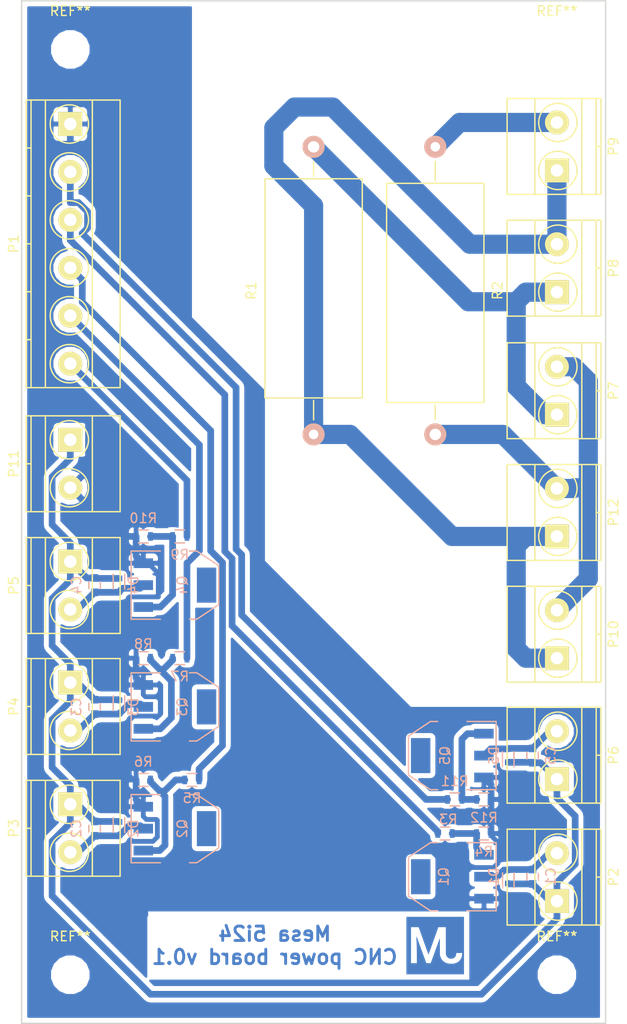
<source format=kicad_pcb>
(kicad_pcb (version 4) (host pcbnew 4.0.4+e1-6308~48~ubuntu16.04.1-stable)

  (general
    (links 66)
    (no_connects 0)
    (area 82.765 32.980952 151.015 124.025001)
    (thickness 1.6)
    (drawings 5)
    (tracks 249)
    (zones 0)
    (modules 44)
    (nets 22)
  )

  (page A4)
  (layers
    (0 F.Cu signal)
    (31 B.Cu signal)
    (32 B.Adhes user)
    (33 F.Adhes user)
    (34 B.Paste user)
    (35 F.Paste user)
    (36 B.SilkS user)
    (37 F.SilkS user)
    (38 B.Mask user)
    (39 F.Mask user)
    (40 Dwgs.User user)
    (41 Cmts.User user)
    (42 Eco1.User user)
    (43 Eco2.User user)
    (44 Edge.Cuts user)
    (45 Margin user)
    (46 B.CrtYd user)
    (47 F.CrtYd user)
    (48 B.Fab user)
    (49 F.Fab user)
  )

  (setup
    (last_trace_width 0.5)
    (trace_clearance 0.2)
    (zone_clearance 0.508)
    (zone_45_only no)
    (trace_min 0.2)
    (segment_width 0.2)
    (edge_width 0.15)
    (via_size 0.6)
    (via_drill 0.4)
    (via_min_size 0.4)
    (via_min_drill 0.3)
    (uvia_size 0.3)
    (uvia_drill 0.1)
    (uvias_allowed no)
    (uvia_min_size 0.2)
    (uvia_min_drill 0.1)
    (pcb_text_width 0.3)
    (pcb_text_size 1.5 1.5)
    (mod_edge_width 0.15)
    (mod_text_size 1 1)
    (mod_text_width 0.15)
    (pad_size 1.524 1.524)
    (pad_drill 0.762)
    (pad_to_mask_clearance 0.2)
    (aux_axis_origin 0 0)
    (visible_elements FFFFFF7F)
    (pcbplotparams
      (layerselection 0x00030_80000001)
      (usegerberextensions false)
      (excludeedgelayer true)
      (linewidth 0.100000)
      (plotframeref false)
      (viasonmask false)
      (mode 1)
      (useauxorigin false)
      (hpglpennumber 1)
      (hpglpenspeed 20)
      (hpglpendiameter 15)
      (hpglpenoverlay 2)
      (psnegative false)
      (psa4output false)
      (plotreference true)
      (plotvalue true)
      (plotinvisibletext false)
      (padsonsilk false)
      (subtractmaskfromsilk false)
      (outputformat 1)
      (mirror false)
      (drillshape 1)
      (scaleselection 1)
      (outputdirectory ""))
  )

  (net 0 "")
  (net 1 +24V)
  (net 2 /R_SPINDLE/OUT-)
  (net 3 /R_SPINDLE_SOFT/OUT-)
  (net 4 /R_SPINDLE_DIS/OUT-)
  (net 5 /R_STEPPER/OUT-)
  (net 6 /R_ESTOP/OUT-)
  (net 7 R_STEPPER)
  (net 8 R_SPINDLE_DIS)
  (net 9 R_SPINDLE_SOFT)
  (net 10 R_SPINDLE)
  (net 11 GND)
  (net 12 R_ESTOP)
  (net 13 "Net-(P7-Pad1)")
  (net 14 /SPINDLE-)
  (net 15 /SPINDLE+)
  (net 16 "Net-(P9-Pad2)")
  (net 17 "Net-(Q1-Pad1)")
  (net 18 "Net-(Q2-Pad1)")
  (net 19 "Net-(Q3-Pad1)")
  (net 20 "Net-(Q4-Pad1)")
  (net 21 "Net-(Q5-Pad1)")

  (net_class Default "This is the default net class."
    (clearance 0.2)
    (trace_width 0.5)
    (via_dia 0.6)
    (via_drill 0.4)
    (uvia_dia 0.3)
    (uvia_drill 0.1)
    (add_net +24V)
    (add_net /R_ESTOP/OUT-)
    (add_net /R_SPINDLE/OUT-)
    (add_net /R_SPINDLE_DIS/OUT-)
    (add_net /R_SPINDLE_SOFT/OUT-)
    (add_net /R_STEPPER/OUT-)
    (add_net GND)
    (add_net "Net-(Q1-Pad1)")
    (add_net "Net-(Q2-Pad1)")
    (add_net "Net-(Q3-Pad1)")
    (add_net "Net-(Q4-Pad1)")
    (add_net "Net-(Q5-Pad1)")
    (add_net R_ESTOP)
    (add_net R_SPINDLE)
    (add_net R_SPINDLE_DIS)
    (add_net R_SPINDLE_SOFT)
    (add_net R_STEPPER)
  )

  (net_class Power ""
    (clearance 2)
    (trace_width 2)
    (via_dia 0.6)
    (via_drill 0.4)
    (uvia_dia 0.3)
    (uvia_drill 0.1)
    (add_net /SPINDLE+)
    (add_net /SPINDLE-)
    (add_net "Net-(P7-Pad1)")
    (add_net "Net-(P9-Pad2)")
  )

  (module Capacitors_SMD:C_0603 (layer B.Cu) (tedit 5415D631) (tstamp 5820B2F0)
    (at 139.706596 116.776278 90)
    (descr "Capacitor SMD 0603, reflow soldering, AVX (see smccp.pdf)")
    (tags "capacitor 0603")
    (path /5820A943/5820ADDC)
    (attr smd)
    (fp_text reference C1 (at 0 1.9 90) (layer B.SilkS)
      (effects (font (size 1 1) (thickness 0.15)) (justify mirror))
    )
    (fp_text value 100n (at 0 -1.9 90) (layer B.Fab)
      (effects (font (size 1 1) (thickness 0.15)) (justify mirror))
    )
    (fp_line (start -1.45 0.75) (end 1.45 0.75) (layer B.CrtYd) (width 0.05))
    (fp_line (start -1.45 -0.75) (end 1.45 -0.75) (layer B.CrtYd) (width 0.05))
    (fp_line (start -1.45 0.75) (end -1.45 -0.75) (layer B.CrtYd) (width 0.05))
    (fp_line (start 1.45 0.75) (end 1.45 -0.75) (layer B.CrtYd) (width 0.05))
    (fp_line (start -0.35 0.6) (end 0.35 0.6) (layer B.SilkS) (width 0.15))
    (fp_line (start 0.35 -0.6) (end -0.35 -0.6) (layer B.SilkS) (width 0.15))
    (pad 1 smd rect (at -0.75 0 90) (size 0.8 0.75) (layers B.Cu B.Paste B.Mask)
      (net 1 +24V))
    (pad 2 smd rect (at 0.75 0 90) (size 0.8 0.75) (layers B.Cu B.Paste B.Mask)
      (net 2 /R_SPINDLE/OUT-))
    (model Capacitors_SMD.3dshapes/C_0603.wrl
      (at (xyz 0 0 0))
      (scale (xyz 1 1 1))
      (rotate (xyz 0 0 0))
    )
  )

  (module Capacitors_SMD:C_0603 (layer B.Cu) (tedit 5415D631) (tstamp 5820B2F6)
    (at 93.98 111.76 270)
    (descr "Capacitor SMD 0603, reflow soldering, AVX (see smccp.pdf)")
    (tags "capacitor 0603")
    (path /5820B7AE/5820ADDC)
    (attr smd)
    (fp_text reference C2 (at 0 1.9 270) (layer B.SilkS)
      (effects (font (size 1 1) (thickness 0.15)) (justify mirror))
    )
    (fp_text value 100n (at 0 -1.9 270) (layer B.Fab)
      (effects (font (size 1 1) (thickness 0.15)) (justify mirror))
    )
    (fp_line (start -1.45 0.75) (end 1.45 0.75) (layer B.CrtYd) (width 0.05))
    (fp_line (start -1.45 -0.75) (end 1.45 -0.75) (layer B.CrtYd) (width 0.05))
    (fp_line (start -1.45 0.75) (end -1.45 -0.75) (layer B.CrtYd) (width 0.05))
    (fp_line (start 1.45 0.75) (end 1.45 -0.75) (layer B.CrtYd) (width 0.05))
    (fp_line (start -0.35 0.6) (end 0.35 0.6) (layer B.SilkS) (width 0.15))
    (fp_line (start 0.35 -0.6) (end -0.35 -0.6) (layer B.SilkS) (width 0.15))
    (pad 1 smd rect (at -0.75 0 270) (size 0.8 0.75) (layers B.Cu B.Paste B.Mask)
      (net 1 +24V))
    (pad 2 smd rect (at 0.75 0 270) (size 0.8 0.75) (layers B.Cu B.Paste B.Mask)
      (net 3 /R_SPINDLE_SOFT/OUT-))
    (model Capacitors_SMD.3dshapes/C_0603.wrl
      (at (xyz 0 0 0))
      (scale (xyz 1 1 1))
      (rotate (xyz 0 0 0))
    )
  )

  (module Capacitors_SMD:C_0603 (layer B.Cu) (tedit 5415D631) (tstamp 5820B2FC)
    (at 93.98 99.06 270)
    (descr "Capacitor SMD 0603, reflow soldering, AVX (see smccp.pdf)")
    (tags "capacitor 0603")
    (path /5820B8AA/5820ADDC)
    (attr smd)
    (fp_text reference C3 (at 0 1.9 270) (layer B.SilkS)
      (effects (font (size 1 1) (thickness 0.15)) (justify mirror))
    )
    (fp_text value 100n (at 0 -1.9 270) (layer B.Fab)
      (effects (font (size 1 1) (thickness 0.15)) (justify mirror))
    )
    (fp_line (start -1.45 0.75) (end 1.45 0.75) (layer B.CrtYd) (width 0.05))
    (fp_line (start -1.45 -0.75) (end 1.45 -0.75) (layer B.CrtYd) (width 0.05))
    (fp_line (start -1.45 0.75) (end -1.45 -0.75) (layer B.CrtYd) (width 0.05))
    (fp_line (start 1.45 0.75) (end 1.45 -0.75) (layer B.CrtYd) (width 0.05))
    (fp_line (start -0.35 0.6) (end 0.35 0.6) (layer B.SilkS) (width 0.15))
    (fp_line (start 0.35 -0.6) (end -0.35 -0.6) (layer B.SilkS) (width 0.15))
    (pad 1 smd rect (at -0.75 0 270) (size 0.8 0.75) (layers B.Cu B.Paste B.Mask)
      (net 1 +24V))
    (pad 2 smd rect (at 0.75 0 270) (size 0.8 0.75) (layers B.Cu B.Paste B.Mask)
      (net 4 /R_SPINDLE_DIS/OUT-))
    (model Capacitors_SMD.3dshapes/C_0603.wrl
      (at (xyz 0 0 0))
      (scale (xyz 1 1 1))
      (rotate (xyz 0 0 0))
    )
  )

  (module Capacitors_SMD:C_0603 (layer B.Cu) (tedit 5415D631) (tstamp 5820B302)
    (at 93.98 86.36 270)
    (descr "Capacitor SMD 0603, reflow soldering, AVX (see smccp.pdf)")
    (tags "capacitor 0603")
    (path /5820B987/5820ADDC)
    (attr smd)
    (fp_text reference C4 (at 0 1.9 270) (layer B.SilkS)
      (effects (font (size 1 1) (thickness 0.15)) (justify mirror))
    )
    (fp_text value 100n (at 0 -1.9 270) (layer B.Fab)
      (effects (font (size 1 1) (thickness 0.15)) (justify mirror))
    )
    (fp_line (start -1.45 0.75) (end 1.45 0.75) (layer B.CrtYd) (width 0.05))
    (fp_line (start -1.45 -0.75) (end 1.45 -0.75) (layer B.CrtYd) (width 0.05))
    (fp_line (start -1.45 0.75) (end -1.45 -0.75) (layer B.CrtYd) (width 0.05))
    (fp_line (start 1.45 0.75) (end 1.45 -0.75) (layer B.CrtYd) (width 0.05))
    (fp_line (start -0.35 0.6) (end 0.35 0.6) (layer B.SilkS) (width 0.15))
    (fp_line (start 0.35 -0.6) (end -0.35 -0.6) (layer B.SilkS) (width 0.15))
    (pad 1 smd rect (at -0.75 0 270) (size 0.8 0.75) (layers B.Cu B.Paste B.Mask)
      (net 1 +24V))
    (pad 2 smd rect (at 0.75 0 270) (size 0.8 0.75) (layers B.Cu B.Paste B.Mask)
      (net 5 /R_STEPPER/OUT-))
    (model Capacitors_SMD.3dshapes/C_0603.wrl
      (at (xyz 0 0 0))
      (scale (xyz 1 1 1))
      (rotate (xyz 0 0 0))
    )
  )

  (module Capacitors_SMD:C_0603 (layer B.Cu) (tedit 5415D631) (tstamp 5820B308)
    (at 139.7 104.14 90)
    (descr "Capacitor SMD 0603, reflow soldering, AVX (see smccp.pdf)")
    (tags "capacitor 0603")
    (path /5820BC58/5820ADDC)
    (attr smd)
    (fp_text reference C5 (at 0 1.9 90) (layer B.SilkS)
      (effects (font (size 1 1) (thickness 0.15)) (justify mirror))
    )
    (fp_text value 100n (at 0 -1.9 90) (layer B.Fab)
      (effects (font (size 1 1) (thickness 0.15)) (justify mirror))
    )
    (fp_line (start -1.45 0.75) (end 1.45 0.75) (layer B.CrtYd) (width 0.05))
    (fp_line (start -1.45 -0.75) (end 1.45 -0.75) (layer B.CrtYd) (width 0.05))
    (fp_line (start -1.45 0.75) (end -1.45 -0.75) (layer B.CrtYd) (width 0.05))
    (fp_line (start 1.45 0.75) (end 1.45 -0.75) (layer B.CrtYd) (width 0.05))
    (fp_line (start -0.35 0.6) (end 0.35 0.6) (layer B.SilkS) (width 0.15))
    (fp_line (start 0.35 -0.6) (end -0.35 -0.6) (layer B.SilkS) (width 0.15))
    (pad 1 smd rect (at -0.75 0 90) (size 0.8 0.75) (layers B.Cu B.Paste B.Mask)
      (net 1 +24V))
    (pad 2 smd rect (at 0.75 0 90) (size 0.8 0.75) (layers B.Cu B.Paste B.Mask)
      (net 6 /R_ESTOP/OUT-))
    (model Capacitors_SMD.3dshapes/C_0603.wrl
      (at (xyz 0 0 0))
      (scale (xyz 1 1 1))
      (rotate (xyz 0 0 0))
    )
  )

  (module Diodes_SMD:SOD-523 (layer B.Cu) (tedit 0) (tstamp 5820B30E)
    (at 137.166596 116.776278 270)
    (descr "http://www.diodes.com/datasheets/ap02001.pdf p.144")
    (tags "Diode SOD523")
    (path /5820A943/5820AAE2)
    (attr smd)
    (fp_text reference D1 (at 0 1.5 270) (layer B.SilkS)
      (effects (font (size 1 1) (thickness 0.15)) (justify mirror))
    )
    (fp_text value D (at 0 -1.7 270) (layer B.Fab)
      (effects (font (size 1 1) (thickness 0.15)) (justify mirror))
    )
    (fp_line (start -0.4 -0.6) (end 1.15 -0.6) (layer B.SilkS) (width 0.15))
    (fp_line (start -0.4 0.6) (end 1.15 0.6) (layer B.SilkS) (width 0.15))
    (pad 2 smd rect (at -0.7 0 270) (size 0.6 0.7) (layers B.Cu B.Paste B.Mask)
      (net 2 /R_SPINDLE/OUT-))
    (pad 1 smd rect (at 0.7 0 270) (size 0.6 0.7) (layers B.Cu B.Paste B.Mask)
      (net 1 +24V))
  )

  (module Diodes_SMD:SOD-523 (layer B.Cu) (tedit 0) (tstamp 5820B314)
    (at 96.52 111.76 90)
    (descr "http://www.diodes.com/datasheets/ap02001.pdf p.144")
    (tags "Diode SOD523")
    (path /5820B7AE/5820AAE2)
    (attr smd)
    (fp_text reference D2 (at 0 1.5 90) (layer B.SilkS)
      (effects (font (size 1 1) (thickness 0.15)) (justify mirror))
    )
    (fp_text value D (at 0 -1.7 90) (layer B.Fab)
      (effects (font (size 1 1) (thickness 0.15)) (justify mirror))
    )
    (fp_line (start -0.4 -0.6) (end 1.15 -0.6) (layer B.SilkS) (width 0.15))
    (fp_line (start -0.4 0.6) (end 1.15 0.6) (layer B.SilkS) (width 0.15))
    (pad 2 smd rect (at -0.7 0 90) (size 0.6 0.7) (layers B.Cu B.Paste B.Mask)
      (net 3 /R_SPINDLE_SOFT/OUT-))
    (pad 1 smd rect (at 0.7 0 90) (size 0.6 0.7) (layers B.Cu B.Paste B.Mask)
      (net 1 +24V))
  )

  (module Diodes_SMD:SOD-523 (layer B.Cu) (tedit 0) (tstamp 5820B31A)
    (at 96.52 99.06 90)
    (descr "http://www.diodes.com/datasheets/ap02001.pdf p.144")
    (tags "Diode SOD523")
    (path /5820B8AA/5820AAE2)
    (attr smd)
    (fp_text reference D3 (at 0 1.5 90) (layer B.SilkS)
      (effects (font (size 1 1) (thickness 0.15)) (justify mirror))
    )
    (fp_text value D (at 0 -1.7 90) (layer B.Fab)
      (effects (font (size 1 1) (thickness 0.15)) (justify mirror))
    )
    (fp_line (start -0.4 -0.6) (end 1.15 -0.6) (layer B.SilkS) (width 0.15))
    (fp_line (start -0.4 0.6) (end 1.15 0.6) (layer B.SilkS) (width 0.15))
    (pad 2 smd rect (at -0.7 0 90) (size 0.6 0.7) (layers B.Cu B.Paste B.Mask)
      (net 4 /R_SPINDLE_DIS/OUT-))
    (pad 1 smd rect (at 0.7 0 90) (size 0.6 0.7) (layers B.Cu B.Paste B.Mask)
      (net 1 +24V))
  )

  (module Diodes_SMD:SOD-523 (layer B.Cu) (tedit 0) (tstamp 5820B320)
    (at 96.52 86.36 90)
    (descr "http://www.diodes.com/datasheets/ap02001.pdf p.144")
    (tags "Diode SOD523")
    (path /5820B987/5820AAE2)
    (attr smd)
    (fp_text reference D4 (at 0 1.5 90) (layer B.SilkS)
      (effects (font (size 1 1) (thickness 0.15)) (justify mirror))
    )
    (fp_text value D (at 0 -1.7 90) (layer B.Fab)
      (effects (font (size 1 1) (thickness 0.15)) (justify mirror))
    )
    (fp_line (start -0.4 -0.6) (end 1.15 -0.6) (layer B.SilkS) (width 0.15))
    (fp_line (start -0.4 0.6) (end 1.15 0.6) (layer B.SilkS) (width 0.15))
    (pad 2 smd rect (at -0.7 0 90) (size 0.6 0.7) (layers B.Cu B.Paste B.Mask)
      (net 5 /R_STEPPER/OUT-))
    (pad 1 smd rect (at 0.7 0 90) (size 0.6 0.7) (layers B.Cu B.Paste B.Mask)
      (net 1 +24V))
  )

  (module Diodes_SMD:SOD-523 (layer B.Cu) (tedit 0) (tstamp 5820B326)
    (at 137.16 104.14 270)
    (descr "http://www.diodes.com/datasheets/ap02001.pdf p.144")
    (tags "Diode SOD523")
    (path /5820BC58/5820AAE2)
    (attr smd)
    (fp_text reference D5 (at 0 1.5 270) (layer B.SilkS)
      (effects (font (size 1 1) (thickness 0.15)) (justify mirror))
    )
    (fp_text value D (at 0 -1.7 270) (layer B.Fab)
      (effects (font (size 1 1) (thickness 0.15)) (justify mirror))
    )
    (fp_line (start -0.4 -0.6) (end 1.15 -0.6) (layer B.SilkS) (width 0.15))
    (fp_line (start -0.4 0.6) (end 1.15 0.6) (layer B.SilkS) (width 0.15))
    (pad 2 smd rect (at -0.7 0 270) (size 0.6 0.7) (layers B.Cu B.Paste B.Mask)
      (net 6 /R_ESTOP/OUT-))
    (pad 1 smd rect (at 0.7 0 270) (size 0.6 0.7) (layers B.Cu B.Paste B.Mask)
      (net 1 +24V))
  )

  (module Terminal_Blocks:TerminalBlock_Pheonix_MKDS1.5-6pol (layer F.Cu) (tedit 563008B5) (tstamp 5820B330)
    (at 91.44 38.26 270)
    (descr "6-way 5mm pitch terminal block, Phoenix MKDS series")
    (path /58216A0A)
    (fp_text reference P1 (at 12.5 5.9 270) (layer F.SilkS)
      (effects (font (size 1 1) (thickness 0.15)))
    )
    (fp_text value SIGNAL_IN (at 12.5 -6.6 270) (layer F.Fab)
      (effects (font (size 1 1) (thickness 0.15)))
    )
    (fp_line (start -2.7 -5.4) (end 27.7 -5.4) (layer F.CrtYd) (width 0.05))
    (fp_line (start -2.7 4.8) (end -2.7 -5.4) (layer F.CrtYd) (width 0.05))
    (fp_line (start 27.7 4.8) (end -2.7 4.8) (layer F.CrtYd) (width 0.05))
    (fp_line (start 27.7 -5.4) (end 27.7 4.8) (layer F.CrtYd) (width 0.05))
    (fp_circle (center 25 0.1) (end 23 0.1) (layer F.SilkS) (width 0.15))
    (fp_line (start 22.5 4.1) (end 22.5 4.6) (layer F.SilkS) (width 0.15))
    (fp_line (start 17.5 4.1) (end 17.5 4.6) (layer F.SilkS) (width 0.15))
    (fp_circle (center 20 0.1) (end 18 0.1) (layer F.SilkS) (width 0.15))
    (fp_line (start 12.5 4.1) (end 12.5 4.6) (layer F.SilkS) (width 0.15))
    (fp_circle (center 15 0.1) (end 13 0.1) (layer F.SilkS) (width 0.15))
    (fp_circle (center 10 0.1) (end 8 0.1) (layer F.SilkS) (width 0.15))
    (fp_line (start 7.5 4.1) (end 7.5 4.6) (layer F.SilkS) (width 0.15))
    (fp_line (start 2.5 4.1) (end 2.5 4.6) (layer F.SilkS) (width 0.15))
    (fp_circle (center 5 0.1) (end 3 0.1) (layer F.SilkS) (width 0.15))
    (fp_circle (center 0 0.1) (end 2 0.1) (layer F.SilkS) (width 0.15))
    (fp_line (start -2.5 2.6) (end 27.5 2.6) (layer F.SilkS) (width 0.15))
    (fp_line (start -2.5 -2.3) (end 27.5 -2.3) (layer F.SilkS) (width 0.15))
    (fp_line (start -2.5 4.1) (end 27.5 4.1) (layer F.SilkS) (width 0.15))
    (fp_line (start -2.5 4.6) (end 27.5 4.6) (layer F.SilkS) (width 0.15))
    (fp_line (start 27.5 4.6) (end 27.5 -5.2) (layer F.SilkS) (width 0.15))
    (fp_line (start 27.5 -5.2) (end -2.5 -5.2) (layer F.SilkS) (width 0.15))
    (fp_line (start -2.5 -5.2) (end -2.5 4.6) (layer F.SilkS) (width 0.15))
    (pad 6 thru_hole circle (at 25 0 270) (size 2.5 2.5) (drill 1.3) (layers *.Cu *.Mask F.SilkS)
      (net 7 R_STEPPER))
    (pad 5 thru_hole circle (at 20 0 270) (size 2.5 2.5) (drill 1.3) (layers *.Cu *.Mask F.SilkS)
      (net 8 R_SPINDLE_DIS))
    (pad 4 thru_hole circle (at 15 0 270) (size 2.5 2.5) (drill 1.3) (layers *.Cu *.Mask F.SilkS)
      (net 9 R_SPINDLE_SOFT))
    (pad 3 thru_hole circle (at 10 0 270) (size 2.5 2.5) (drill 1.3) (layers *.Cu *.Mask F.SilkS)
      (net 10 R_SPINDLE))
    (pad 1 thru_hole rect (at 0 0 270) (size 2.5 2.5) (drill 1.3) (layers *.Cu *.Mask F.SilkS)
      (net 11 GND))
    (pad 2 thru_hole circle (at 5 0 270) (size 2.5 2.5) (drill 1.3) (layers *.Cu *.Mask F.SilkS)
      (net 12 R_ESTOP))
    (model Terminal_Blocks.3dshapes/TerminalBlock_Pheonix_MKDS1.5-6pol.wrl
      (at (xyz 0.4921 0 0))
      (scale (xyz 1 1 1))
      (rotate (xyz 0 0 0))
    )
  )

  (module Terminal_Blocks:TerminalBlock_Pheonix_MKDS1.5-2pol (layer F.Cu) (tedit 563007E4) (tstamp 5820B336)
    (at 142.246596 119.316278 90)
    (descr "2-way 5mm pitch terminal block, Phoenix MKDS series")
    (path /5820B381)
    (fp_text reference P2 (at 2.5 5.9 90) (layer F.SilkS)
      (effects (font (size 1 1) (thickness 0.15)))
    )
    (fp_text value SPINDLE_REALY (at 2.5 -6.6 90) (layer F.Fab)
      (effects (font (size 1 1) (thickness 0.15)))
    )
    (fp_line (start -2.7 -5.4) (end 7.7 -5.4) (layer F.CrtYd) (width 0.05))
    (fp_line (start -2.7 4.8) (end -2.7 -5.4) (layer F.CrtYd) (width 0.05))
    (fp_line (start 7.7 4.8) (end -2.7 4.8) (layer F.CrtYd) (width 0.05))
    (fp_line (start 7.7 -5.4) (end 7.7 4.8) (layer F.CrtYd) (width 0.05))
    (fp_line (start 2.5 4.1) (end 2.5 4.6) (layer F.SilkS) (width 0.15))
    (fp_circle (center 5 0.1) (end 3 0.1) (layer F.SilkS) (width 0.15))
    (fp_circle (center 0 0.1) (end 2 0.1) (layer F.SilkS) (width 0.15))
    (fp_line (start -2.5 2.6) (end 7.5 2.6) (layer F.SilkS) (width 0.15))
    (fp_line (start -2.5 -2.3) (end 7.5 -2.3) (layer F.SilkS) (width 0.15))
    (fp_line (start -2.5 4.1) (end 7.5 4.1) (layer F.SilkS) (width 0.15))
    (fp_line (start -2.5 4.6) (end 7.5 4.6) (layer F.SilkS) (width 0.15))
    (fp_line (start 7.5 4.6) (end 7.5 -5.2) (layer F.SilkS) (width 0.15))
    (fp_line (start 7.5 -5.2) (end -2.5 -5.2) (layer F.SilkS) (width 0.15))
    (fp_line (start -2.5 -5.2) (end -2.5 4.6) (layer F.SilkS) (width 0.15))
    (pad 1 thru_hole rect (at 0 0 90) (size 2.5 2.5) (drill 1.3) (layers *.Cu *.Mask F.SilkS)
      (net 1 +24V))
    (pad 2 thru_hole circle (at 5 0 90) (size 2.5 2.5) (drill 1.3) (layers *.Cu *.Mask F.SilkS)
      (net 2 /R_SPINDLE/OUT-))
    (model Terminal_Blocks.3dshapes/TerminalBlock_Pheonix_MKDS1.5-2pol.wrl
      (at (xyz 0.0984 0 0))
      (scale (xyz 1 1 1))
      (rotate (xyz 0 0 0))
    )
  )

  (module Terminal_Blocks:TerminalBlock_Pheonix_MKDS1.5-2pol (layer F.Cu) (tedit 563007E4) (tstamp 5820B33C)
    (at 91.44 109.22 270)
    (descr "2-way 5mm pitch terminal block, Phoenix MKDS series")
    (path /5820CB70)
    (fp_text reference P3 (at 2.5 5.9 270) (layer F.SilkS)
      (effects (font (size 1 1) (thickness 0.15)))
    )
    (fp_text value SOFT_RELAY (at 2.5 -6.6 270) (layer F.Fab)
      (effects (font (size 1 1) (thickness 0.15)))
    )
    (fp_line (start -2.7 -5.4) (end 7.7 -5.4) (layer F.CrtYd) (width 0.05))
    (fp_line (start -2.7 4.8) (end -2.7 -5.4) (layer F.CrtYd) (width 0.05))
    (fp_line (start 7.7 4.8) (end -2.7 4.8) (layer F.CrtYd) (width 0.05))
    (fp_line (start 7.7 -5.4) (end 7.7 4.8) (layer F.CrtYd) (width 0.05))
    (fp_line (start 2.5 4.1) (end 2.5 4.6) (layer F.SilkS) (width 0.15))
    (fp_circle (center 5 0.1) (end 3 0.1) (layer F.SilkS) (width 0.15))
    (fp_circle (center 0 0.1) (end 2 0.1) (layer F.SilkS) (width 0.15))
    (fp_line (start -2.5 2.6) (end 7.5 2.6) (layer F.SilkS) (width 0.15))
    (fp_line (start -2.5 -2.3) (end 7.5 -2.3) (layer F.SilkS) (width 0.15))
    (fp_line (start -2.5 4.1) (end 7.5 4.1) (layer F.SilkS) (width 0.15))
    (fp_line (start -2.5 4.6) (end 7.5 4.6) (layer F.SilkS) (width 0.15))
    (fp_line (start 7.5 4.6) (end 7.5 -5.2) (layer F.SilkS) (width 0.15))
    (fp_line (start 7.5 -5.2) (end -2.5 -5.2) (layer F.SilkS) (width 0.15))
    (fp_line (start -2.5 -5.2) (end -2.5 4.6) (layer F.SilkS) (width 0.15))
    (pad 1 thru_hole rect (at 0 0 270) (size 2.5 2.5) (drill 1.3) (layers *.Cu *.Mask F.SilkS)
      (net 1 +24V))
    (pad 2 thru_hole circle (at 5 0 270) (size 2.5 2.5) (drill 1.3) (layers *.Cu *.Mask F.SilkS)
      (net 3 /R_SPINDLE_SOFT/OUT-))
    (model Terminal_Blocks.3dshapes/TerminalBlock_Pheonix_MKDS1.5-2pol.wrl
      (at (xyz 0.0984 0 0))
      (scale (xyz 1 1 1))
      (rotate (xyz 0 0 0))
    )
  )

  (module Terminal_Blocks:TerminalBlock_Pheonix_MKDS1.5-2pol (layer F.Cu) (tedit 563007E4) (tstamp 5820B342)
    (at 91.44 96.52 270)
    (descr "2-way 5mm pitch terminal block, Phoenix MKDS series")
    (path /5820CCD1)
    (fp_text reference P4 (at 2.5 5.9 270) (layer F.SilkS)
      (effects (font (size 1 1) (thickness 0.15)))
    )
    (fp_text value DIS_RELAY (at 2.5 -6.6 270) (layer F.Fab)
      (effects (font (size 1 1) (thickness 0.15)))
    )
    (fp_line (start -2.7 -5.4) (end 7.7 -5.4) (layer F.CrtYd) (width 0.05))
    (fp_line (start -2.7 4.8) (end -2.7 -5.4) (layer F.CrtYd) (width 0.05))
    (fp_line (start 7.7 4.8) (end -2.7 4.8) (layer F.CrtYd) (width 0.05))
    (fp_line (start 7.7 -5.4) (end 7.7 4.8) (layer F.CrtYd) (width 0.05))
    (fp_line (start 2.5 4.1) (end 2.5 4.6) (layer F.SilkS) (width 0.15))
    (fp_circle (center 5 0.1) (end 3 0.1) (layer F.SilkS) (width 0.15))
    (fp_circle (center 0 0.1) (end 2 0.1) (layer F.SilkS) (width 0.15))
    (fp_line (start -2.5 2.6) (end 7.5 2.6) (layer F.SilkS) (width 0.15))
    (fp_line (start -2.5 -2.3) (end 7.5 -2.3) (layer F.SilkS) (width 0.15))
    (fp_line (start -2.5 4.1) (end 7.5 4.1) (layer F.SilkS) (width 0.15))
    (fp_line (start -2.5 4.6) (end 7.5 4.6) (layer F.SilkS) (width 0.15))
    (fp_line (start 7.5 4.6) (end 7.5 -5.2) (layer F.SilkS) (width 0.15))
    (fp_line (start 7.5 -5.2) (end -2.5 -5.2) (layer F.SilkS) (width 0.15))
    (fp_line (start -2.5 -5.2) (end -2.5 4.6) (layer F.SilkS) (width 0.15))
    (pad 1 thru_hole rect (at 0 0 270) (size 2.5 2.5) (drill 1.3) (layers *.Cu *.Mask F.SilkS)
      (net 1 +24V))
    (pad 2 thru_hole circle (at 5 0 270) (size 2.5 2.5) (drill 1.3) (layers *.Cu *.Mask F.SilkS)
      (net 4 /R_SPINDLE_DIS/OUT-))
    (model Terminal_Blocks.3dshapes/TerminalBlock_Pheonix_MKDS1.5-2pol.wrl
      (at (xyz 0.0984 0 0))
      (scale (xyz 1 1 1))
      (rotate (xyz 0 0 0))
    )
  )

  (module Terminal_Blocks:TerminalBlock_Pheonix_MKDS1.5-2pol (layer F.Cu) (tedit 563007E4) (tstamp 5820B348)
    (at 91.44 83.9 270)
    (descr "2-way 5mm pitch terminal block, Phoenix MKDS series")
    (path /5820C26C)
    (fp_text reference P5 (at 2.5 5.9 270) (layer F.SilkS)
      (effects (font (size 1 1) (thickness 0.15)))
    )
    (fp_text value STEPPER_RELAY (at 2.5 -6.6 270) (layer F.Fab)
      (effects (font (size 1 1) (thickness 0.15)))
    )
    (fp_line (start -2.7 -5.4) (end 7.7 -5.4) (layer F.CrtYd) (width 0.05))
    (fp_line (start -2.7 4.8) (end -2.7 -5.4) (layer F.CrtYd) (width 0.05))
    (fp_line (start 7.7 4.8) (end -2.7 4.8) (layer F.CrtYd) (width 0.05))
    (fp_line (start 7.7 -5.4) (end 7.7 4.8) (layer F.CrtYd) (width 0.05))
    (fp_line (start 2.5 4.1) (end 2.5 4.6) (layer F.SilkS) (width 0.15))
    (fp_circle (center 5 0.1) (end 3 0.1) (layer F.SilkS) (width 0.15))
    (fp_circle (center 0 0.1) (end 2 0.1) (layer F.SilkS) (width 0.15))
    (fp_line (start -2.5 2.6) (end 7.5 2.6) (layer F.SilkS) (width 0.15))
    (fp_line (start -2.5 -2.3) (end 7.5 -2.3) (layer F.SilkS) (width 0.15))
    (fp_line (start -2.5 4.1) (end 7.5 4.1) (layer F.SilkS) (width 0.15))
    (fp_line (start -2.5 4.6) (end 7.5 4.6) (layer F.SilkS) (width 0.15))
    (fp_line (start 7.5 4.6) (end 7.5 -5.2) (layer F.SilkS) (width 0.15))
    (fp_line (start 7.5 -5.2) (end -2.5 -5.2) (layer F.SilkS) (width 0.15))
    (fp_line (start -2.5 -5.2) (end -2.5 4.6) (layer F.SilkS) (width 0.15))
    (pad 1 thru_hole rect (at 0 0 270) (size 2.5 2.5) (drill 1.3) (layers *.Cu *.Mask F.SilkS)
      (net 1 +24V))
    (pad 2 thru_hole circle (at 5 0 270) (size 2.5 2.5) (drill 1.3) (layers *.Cu *.Mask F.SilkS)
      (net 5 /R_STEPPER/OUT-))
    (model Terminal_Blocks.3dshapes/TerminalBlock_Pheonix_MKDS1.5-2pol.wrl
      (at (xyz 0.0984 0 0))
      (scale (xyz 1 1 1))
      (rotate (xyz 0 0 0))
    )
  )

  (module Terminal_Blocks:TerminalBlock_Pheonix_MKDS1.5-2pol (layer F.Cu) (tedit 563007E4) (tstamp 5820B34E)
    (at 142.24 106.6 90)
    (descr "2-way 5mm pitch terminal block, Phoenix MKDS series")
    (path /5820BF40)
    (fp_text reference P6 (at 2.5 5.9 90) (layer F.SilkS)
      (effects (font (size 1 1) (thickness 0.15)))
    )
    (fp_text value STOP_RELAY (at 2.5 -6.6 90) (layer F.Fab)
      (effects (font (size 1 1) (thickness 0.15)))
    )
    (fp_line (start -2.7 -5.4) (end 7.7 -5.4) (layer F.CrtYd) (width 0.05))
    (fp_line (start -2.7 4.8) (end -2.7 -5.4) (layer F.CrtYd) (width 0.05))
    (fp_line (start 7.7 4.8) (end -2.7 4.8) (layer F.CrtYd) (width 0.05))
    (fp_line (start 7.7 -5.4) (end 7.7 4.8) (layer F.CrtYd) (width 0.05))
    (fp_line (start 2.5 4.1) (end 2.5 4.6) (layer F.SilkS) (width 0.15))
    (fp_circle (center 5 0.1) (end 3 0.1) (layer F.SilkS) (width 0.15))
    (fp_circle (center 0 0.1) (end 2 0.1) (layer F.SilkS) (width 0.15))
    (fp_line (start -2.5 2.6) (end 7.5 2.6) (layer F.SilkS) (width 0.15))
    (fp_line (start -2.5 -2.3) (end 7.5 -2.3) (layer F.SilkS) (width 0.15))
    (fp_line (start -2.5 4.1) (end 7.5 4.1) (layer F.SilkS) (width 0.15))
    (fp_line (start -2.5 4.6) (end 7.5 4.6) (layer F.SilkS) (width 0.15))
    (fp_line (start 7.5 4.6) (end 7.5 -5.2) (layer F.SilkS) (width 0.15))
    (fp_line (start 7.5 -5.2) (end -2.5 -5.2) (layer F.SilkS) (width 0.15))
    (fp_line (start -2.5 -5.2) (end -2.5 4.6) (layer F.SilkS) (width 0.15))
    (pad 1 thru_hole rect (at 0 0 90) (size 2.5 2.5) (drill 1.3) (layers *.Cu *.Mask F.SilkS)
      (net 1 +24V))
    (pad 2 thru_hole circle (at 5 0 90) (size 2.5 2.5) (drill 1.3) (layers *.Cu *.Mask F.SilkS)
      (net 6 /R_ESTOP/OUT-))
    (model Terminal_Blocks.3dshapes/TerminalBlock_Pheonix_MKDS1.5-2pol.wrl
      (at (xyz 0.0984 0 0))
      (scale (xyz 1 1 1))
      (rotate (xyz 0 0 0))
    )
  )

  (module Terminal_Blocks:TerminalBlock_Pheonix_MKDS1.5-2pol (layer F.Cu) (tedit 563007E4) (tstamp 5820B354)
    (at 142.24 68.58 90)
    (descr "2-way 5mm pitch terminal block, Phoenix MKDS series")
    (path /5820DA12)
    (fp_text reference P7 (at 2.5 5.9 90) (layer F.SilkS)
      (effects (font (size 1 1) (thickness 0.15)))
    )
    (fp_text value SPINDLE_RPWR_IN (at 2.5 -6.6 90) (layer F.Fab)
      (effects (font (size 1 1) (thickness 0.15)))
    )
    (fp_line (start -2.7 -5.4) (end 7.7 -5.4) (layer F.CrtYd) (width 0.05))
    (fp_line (start -2.7 4.8) (end -2.7 -5.4) (layer F.CrtYd) (width 0.05))
    (fp_line (start 7.7 4.8) (end -2.7 4.8) (layer F.CrtYd) (width 0.05))
    (fp_line (start 7.7 -5.4) (end 7.7 4.8) (layer F.CrtYd) (width 0.05))
    (fp_line (start 2.5 4.1) (end 2.5 4.6) (layer F.SilkS) (width 0.15))
    (fp_circle (center 5 0.1) (end 3 0.1) (layer F.SilkS) (width 0.15))
    (fp_circle (center 0 0.1) (end 2 0.1) (layer F.SilkS) (width 0.15))
    (fp_line (start -2.5 2.6) (end 7.5 2.6) (layer F.SilkS) (width 0.15))
    (fp_line (start -2.5 -2.3) (end 7.5 -2.3) (layer F.SilkS) (width 0.15))
    (fp_line (start -2.5 4.1) (end 7.5 4.1) (layer F.SilkS) (width 0.15))
    (fp_line (start -2.5 4.6) (end 7.5 4.6) (layer F.SilkS) (width 0.15))
    (fp_line (start 7.5 4.6) (end 7.5 -5.2) (layer F.SilkS) (width 0.15))
    (fp_line (start 7.5 -5.2) (end -2.5 -5.2) (layer F.SilkS) (width 0.15))
    (fp_line (start -2.5 -5.2) (end -2.5 4.6) (layer F.SilkS) (width 0.15))
    (pad 1 thru_hole rect (at 0 0 90) (size 2.5 2.5) (drill 1.3) (layers *.Cu *.Mask F.SilkS)
      (net 13 "Net-(P7-Pad1)"))
    (pad 2 thru_hole circle (at 5 0 90) (size 2.5 2.5) (drill 1.3) (layers *.Cu *.Mask F.SilkS)
      (net 14 /SPINDLE-))
    (model Terminal_Blocks.3dshapes/TerminalBlock_Pheonix_MKDS1.5-2pol.wrl
      (at (xyz 0.0984 0 0))
      (scale (xyz 1 1 1))
      (rotate (xyz 0 0 0))
    )
  )

  (module Terminal_Blocks:TerminalBlock_Pheonix_MKDS1.5-2pol (layer F.Cu) (tedit 563007E4) (tstamp 5820B35A)
    (at 142.24 55.8 90)
    (descr "2-way 5mm pitch terminal block, Phoenix MKDS series")
    (path /5820E480)
    (fp_text reference P8 (at 2.5 5.9 90) (layer F.SilkS)
      (effects (font (size 1 1) (thickness 0.15)))
    )
    (fp_text value SOFT_RELAY_OUT (at 2.5 -6.6 90) (layer F.Fab)
      (effects (font (size 1 1) (thickness 0.15)))
    )
    (fp_line (start -2.7 -5.4) (end 7.7 -5.4) (layer F.CrtYd) (width 0.05))
    (fp_line (start -2.7 4.8) (end -2.7 -5.4) (layer F.CrtYd) (width 0.05))
    (fp_line (start 7.7 4.8) (end -2.7 4.8) (layer F.CrtYd) (width 0.05))
    (fp_line (start 7.7 -5.4) (end 7.7 4.8) (layer F.CrtYd) (width 0.05))
    (fp_line (start 2.5 4.1) (end 2.5 4.6) (layer F.SilkS) (width 0.15))
    (fp_circle (center 5 0.1) (end 3 0.1) (layer F.SilkS) (width 0.15))
    (fp_circle (center 0 0.1) (end 2 0.1) (layer F.SilkS) (width 0.15))
    (fp_line (start -2.5 2.6) (end 7.5 2.6) (layer F.SilkS) (width 0.15))
    (fp_line (start -2.5 -2.3) (end 7.5 -2.3) (layer F.SilkS) (width 0.15))
    (fp_line (start -2.5 4.1) (end 7.5 4.1) (layer F.SilkS) (width 0.15))
    (fp_line (start -2.5 4.6) (end 7.5 4.6) (layer F.SilkS) (width 0.15))
    (fp_line (start 7.5 4.6) (end 7.5 -5.2) (layer F.SilkS) (width 0.15))
    (fp_line (start 7.5 -5.2) (end -2.5 -5.2) (layer F.SilkS) (width 0.15))
    (fp_line (start -2.5 -5.2) (end -2.5 4.6) (layer F.SilkS) (width 0.15))
    (pad 1 thru_hole rect (at 0 0 90) (size 2.5 2.5) (drill 1.3) (layers *.Cu *.Mask F.SilkS)
      (net 13 "Net-(P7-Pad1)"))
    (pad 2 thru_hole circle (at 5 0 90) (size 2.5 2.5) (drill 1.3) (layers *.Cu *.Mask F.SilkS)
      (net 15 /SPINDLE+))
    (model Terminal_Blocks.3dshapes/TerminalBlock_Pheonix_MKDS1.5-2pol.wrl
      (at (xyz 0.0984 0 0))
      (scale (xyz 1 1 1))
      (rotate (xyz 0 0 0))
    )
  )

  (module Terminal_Blocks:TerminalBlock_Pheonix_MKDS1.5-2pol (layer F.Cu) (tedit 563007E4) (tstamp 5820B360)
    (at 142.24 43.1 90)
    (descr "2-way 5mm pitch terminal block, Phoenix MKDS series")
    (path /5820E60D)
    (fp_text reference P9 (at 2.5 5.9 90) (layer F.SilkS)
      (effects (font (size 1 1) (thickness 0.15)))
    )
    (fp_text value DIS_RELAY_OUT (at 2.5 -6.6 90) (layer F.Fab)
      (effects (font (size 1 1) (thickness 0.15)))
    )
    (fp_line (start -2.7 -5.4) (end 7.7 -5.4) (layer F.CrtYd) (width 0.05))
    (fp_line (start -2.7 4.8) (end -2.7 -5.4) (layer F.CrtYd) (width 0.05))
    (fp_line (start 7.7 4.8) (end -2.7 4.8) (layer F.CrtYd) (width 0.05))
    (fp_line (start 7.7 -5.4) (end 7.7 4.8) (layer F.CrtYd) (width 0.05))
    (fp_line (start 2.5 4.1) (end 2.5 4.6) (layer F.SilkS) (width 0.15))
    (fp_circle (center 5 0.1) (end 3 0.1) (layer F.SilkS) (width 0.15))
    (fp_circle (center 0 0.1) (end 2 0.1) (layer F.SilkS) (width 0.15))
    (fp_line (start -2.5 2.6) (end 7.5 2.6) (layer F.SilkS) (width 0.15))
    (fp_line (start -2.5 -2.3) (end 7.5 -2.3) (layer F.SilkS) (width 0.15))
    (fp_line (start -2.5 4.1) (end 7.5 4.1) (layer F.SilkS) (width 0.15))
    (fp_line (start -2.5 4.6) (end 7.5 4.6) (layer F.SilkS) (width 0.15))
    (fp_line (start 7.5 4.6) (end 7.5 -5.2) (layer F.SilkS) (width 0.15))
    (fp_line (start 7.5 -5.2) (end -2.5 -5.2) (layer F.SilkS) (width 0.15))
    (fp_line (start -2.5 -5.2) (end -2.5 4.6) (layer F.SilkS) (width 0.15))
    (pad 1 thru_hole rect (at 0 0 90) (size 2.5 2.5) (drill 1.3) (layers *.Cu *.Mask F.SilkS)
      (net 15 /SPINDLE+))
    (pad 2 thru_hole circle (at 5 0 90) (size 2.5 2.5) (drill 1.3) (layers *.Cu *.Mask F.SilkS)
      (net 16 "Net-(P9-Pad2)"))
    (model Terminal_Blocks.3dshapes/TerminalBlock_Pheonix_MKDS1.5-2pol.wrl
      (at (xyz 0.0984 0 0))
      (scale (xyz 1 1 1))
      (rotate (xyz 0 0 0))
    )
  )

  (module Terminal_Blocks:TerminalBlock_Pheonix_MKDS1.5-2pol (layer F.Cu) (tedit 563007E4) (tstamp 5820B366)
    (at 142.24 93.98 90)
    (descr "2-way 5mm pitch terminal block, Phoenix MKDS series")
    (path /5820E266)
    (fp_text reference P10 (at 2.5 5.9 90) (layer F.SilkS)
      (effects (font (size 1 1) (thickness 0.15)))
    )
    (fp_text value SPINDLE_C_BLOCK (at 2.5 -6.6 90) (layer F.Fab)
      (effects (font (size 1 1) (thickness 0.15)))
    )
    (fp_line (start -2.7 -5.4) (end 7.7 -5.4) (layer F.CrtYd) (width 0.05))
    (fp_line (start -2.7 4.8) (end -2.7 -5.4) (layer F.CrtYd) (width 0.05))
    (fp_line (start 7.7 4.8) (end -2.7 4.8) (layer F.CrtYd) (width 0.05))
    (fp_line (start 7.7 -5.4) (end 7.7 4.8) (layer F.CrtYd) (width 0.05))
    (fp_line (start 2.5 4.1) (end 2.5 4.6) (layer F.SilkS) (width 0.15))
    (fp_circle (center 5 0.1) (end 3 0.1) (layer F.SilkS) (width 0.15))
    (fp_circle (center 0 0.1) (end 2 0.1) (layer F.SilkS) (width 0.15))
    (fp_line (start -2.5 2.6) (end 7.5 2.6) (layer F.SilkS) (width 0.15))
    (fp_line (start -2.5 -2.3) (end 7.5 -2.3) (layer F.SilkS) (width 0.15))
    (fp_line (start -2.5 4.1) (end 7.5 4.1) (layer F.SilkS) (width 0.15))
    (fp_line (start -2.5 4.6) (end 7.5 4.6) (layer F.SilkS) (width 0.15))
    (fp_line (start 7.5 4.6) (end 7.5 -5.2) (layer F.SilkS) (width 0.15))
    (fp_line (start 7.5 -5.2) (end -2.5 -5.2) (layer F.SilkS) (width 0.15))
    (fp_line (start -2.5 -5.2) (end -2.5 4.6) (layer F.SilkS) (width 0.15))
    (pad 1 thru_hole rect (at 0 0 90) (size 2.5 2.5) (drill 1.3) (layers *.Cu *.Mask F.SilkS)
      (net 15 /SPINDLE+))
    (pad 2 thru_hole circle (at 5 0 90) (size 2.5 2.5) (drill 1.3) (layers *.Cu *.Mask F.SilkS)
      (net 14 /SPINDLE-))
    (model Terminal_Blocks.3dshapes/TerminalBlock_Pheonix_MKDS1.5-2pol.wrl
      (at (xyz 0.0984 0 0))
      (scale (xyz 1 1 1))
      (rotate (xyz 0 0 0))
    )
  )

  (module Terminal_Blocks:TerminalBlock_Pheonix_MKDS1.5-2pol (layer F.Cu) (tedit 563007E4) (tstamp 5820B36C)
    (at 91.44 71.2 270)
    (descr "2-way 5mm pitch terminal block, Phoenix MKDS series")
    (path /58215219)
    (fp_text reference P11 (at 2.5 5.9 270) (layer F.SilkS)
      (effects (font (size 1 1) (thickness 0.15)))
    )
    (fp_text value POWER_IN (at 2.5 -6.6 270) (layer F.Fab)
      (effects (font (size 1 1) (thickness 0.15)))
    )
    (fp_line (start -2.7 -5.4) (end 7.7 -5.4) (layer F.CrtYd) (width 0.05))
    (fp_line (start -2.7 4.8) (end -2.7 -5.4) (layer F.CrtYd) (width 0.05))
    (fp_line (start 7.7 4.8) (end -2.7 4.8) (layer F.CrtYd) (width 0.05))
    (fp_line (start 7.7 -5.4) (end 7.7 4.8) (layer F.CrtYd) (width 0.05))
    (fp_line (start 2.5 4.1) (end 2.5 4.6) (layer F.SilkS) (width 0.15))
    (fp_circle (center 5 0.1) (end 3 0.1) (layer F.SilkS) (width 0.15))
    (fp_circle (center 0 0.1) (end 2 0.1) (layer F.SilkS) (width 0.15))
    (fp_line (start -2.5 2.6) (end 7.5 2.6) (layer F.SilkS) (width 0.15))
    (fp_line (start -2.5 -2.3) (end 7.5 -2.3) (layer F.SilkS) (width 0.15))
    (fp_line (start -2.5 4.1) (end 7.5 4.1) (layer F.SilkS) (width 0.15))
    (fp_line (start -2.5 4.6) (end 7.5 4.6) (layer F.SilkS) (width 0.15))
    (fp_line (start 7.5 4.6) (end 7.5 -5.2) (layer F.SilkS) (width 0.15))
    (fp_line (start 7.5 -5.2) (end -2.5 -5.2) (layer F.SilkS) (width 0.15))
    (fp_line (start -2.5 -5.2) (end -2.5 4.6) (layer F.SilkS) (width 0.15))
    (pad 1 thru_hole rect (at 0 0 270) (size 2.5 2.5) (drill 1.3) (layers *.Cu *.Mask F.SilkS)
      (net 1 +24V))
    (pad 2 thru_hole circle (at 5 0 270) (size 2.5 2.5) (drill 1.3) (layers *.Cu *.Mask F.SilkS)
      (net 11 GND))
    (model Terminal_Blocks.3dshapes/TerminalBlock_Pheonix_MKDS1.5-2pol.wrl
      (at (xyz 0.0984 0 0))
      (scale (xyz 1 1 1))
      (rotate (xyz 0 0 0))
    )
  )

  (module Terminal_Blocks:TerminalBlock_Pheonix_MKDS1.5-2pol (layer F.Cu) (tedit 563007E4) (tstamp 5820B372)
    (at 142.24 81.28 90)
    (descr "2-way 5mm pitch terminal block, Phoenix MKDS series")
    (path /582114A6)
    (fp_text reference P12 (at 2.5 5.9 90) (layer F.SilkS)
      (effects (font (size 1 1) (thickness 0.15)))
    )
    (fp_text value SPINDLE_PWR_OUT (at 2.5 -6.6 90) (layer F.Fab)
      (effects (font (size 1 1) (thickness 0.15)))
    )
    (fp_line (start -2.7 -5.4) (end 7.7 -5.4) (layer F.CrtYd) (width 0.05))
    (fp_line (start -2.7 4.8) (end -2.7 -5.4) (layer F.CrtYd) (width 0.05))
    (fp_line (start 7.7 4.8) (end -2.7 4.8) (layer F.CrtYd) (width 0.05))
    (fp_line (start 7.7 -5.4) (end 7.7 4.8) (layer F.CrtYd) (width 0.05))
    (fp_line (start 2.5 4.1) (end 2.5 4.6) (layer F.SilkS) (width 0.15))
    (fp_circle (center 5 0.1) (end 3 0.1) (layer F.SilkS) (width 0.15))
    (fp_circle (center 0 0.1) (end 2 0.1) (layer F.SilkS) (width 0.15))
    (fp_line (start -2.5 2.6) (end 7.5 2.6) (layer F.SilkS) (width 0.15))
    (fp_line (start -2.5 -2.3) (end 7.5 -2.3) (layer F.SilkS) (width 0.15))
    (fp_line (start -2.5 4.1) (end 7.5 4.1) (layer F.SilkS) (width 0.15))
    (fp_line (start -2.5 4.6) (end 7.5 4.6) (layer F.SilkS) (width 0.15))
    (fp_line (start 7.5 4.6) (end 7.5 -5.2) (layer F.SilkS) (width 0.15))
    (fp_line (start 7.5 -5.2) (end -2.5 -5.2) (layer F.SilkS) (width 0.15))
    (fp_line (start -2.5 -5.2) (end -2.5 4.6) (layer F.SilkS) (width 0.15))
    (pad 1 thru_hole rect (at 0 0 90) (size 2.5 2.5) (drill 1.3) (layers *.Cu *.Mask F.SilkS)
      (net 15 /SPINDLE+))
    (pad 2 thru_hole circle (at 5 0 90) (size 2.5 2.5) (drill 1.3) (layers *.Cu *.Mask F.SilkS)
      (net 14 /SPINDLE-))
    (model Terminal_Blocks.3dshapes/TerminalBlock_Pheonix_MKDS1.5-2pol.wrl
      (at (xyz 0.0984 0 0))
      (scale (xyz 1 1 1))
      (rotate (xyz 0 0 0))
    )
  )

  (module TO_SOT_Packages_SMD:SOT-223 (layer B.Cu) (tedit 0) (tstamp 5820B37A)
    (at 131.324596 116.776278 270)
    (descr "module CMS SOT223 4 pins")
    (tags "CMS SOT")
    (path /5820A943/5820A9F4)
    (attr smd)
    (fp_text reference Q1 (at 0 0.907001 450) (layer B.SilkS)
      (effects (font (size 1 1) (thickness 0.15)) (justify mirror))
    )
    (fp_text value Q_NMOS_GDS (at 0 -0.762 270) (layer B.Fab)
      (effects (font (size 1 1) (thickness 0.15)) (justify mirror))
    )
    (fp_line (start -3.556 -1.524) (end -3.556 -4.572) (layer B.SilkS) (width 0.15))
    (fp_line (start -3.556 -4.572) (end 3.556 -4.572) (layer B.SilkS) (width 0.15))
    (fp_line (start 3.556 -4.572) (end 3.556 -1.524) (layer B.SilkS) (width 0.15))
    (fp_line (start -3.556 1.524) (end -3.556 2.286) (layer B.SilkS) (width 0.15))
    (fp_line (start -3.556 2.286) (end -2.032 4.572) (layer B.SilkS) (width 0.15))
    (fp_line (start -2.032 4.572) (end 2.032 4.572) (layer B.SilkS) (width 0.15))
    (fp_line (start 2.032 4.572) (end 3.556 2.286) (layer B.SilkS) (width 0.15))
    (fp_line (start 3.556 2.286) (end 3.556 1.524) (layer B.SilkS) (width 0.15))
    (pad 4 smd rect (at 0 3.302 270) (size 3.6576 2.032) (layers B.Cu B.Paste B.Mask))
    (pad 2 smd rect (at 0 -3.302 270) (size 1.016 2.032) (layers B.Cu B.Paste B.Mask)
      (net 2 /R_SPINDLE/OUT-))
    (pad 3 smd rect (at 2.286 -3.302 270) (size 1.016 2.032) (layers B.Cu B.Paste B.Mask)
      (net 11 GND))
    (pad 1 smd rect (at -2.286 -3.302 270) (size 1.016 2.032) (layers B.Cu B.Paste B.Mask)
      (net 17 "Net-(Q1-Pad1)"))
    (model TO_SOT_Packages_SMD.3dshapes/SOT-223.wrl
      (at (xyz 0 0 0))
      (scale (xyz 0.4 0.4 0.4))
      (rotate (xyz 0 0 0))
    )
  )

  (module TO_SOT_Packages_SMD:SOT-223 (layer B.Cu) (tedit 0) (tstamp 5820B382)
    (at 102.362 111.76 90)
    (descr "module CMS SOT223 4 pins")
    (tags "CMS SOT")
    (path /5820B7AE/5820A9F4)
    (attr smd)
    (fp_text reference Q2 (at 0 0.762 90) (layer B.SilkS)
      (effects (font (size 1 1) (thickness 0.15)) (justify mirror))
    )
    (fp_text value Q_NMOS_GDS (at 0 -0.762 90) (layer B.Fab)
      (effects (font (size 1 1) (thickness 0.15)) (justify mirror))
    )
    (fp_line (start -3.556 -1.524) (end -3.556 -4.572) (layer B.SilkS) (width 0.15))
    (fp_line (start -3.556 -4.572) (end 3.556 -4.572) (layer B.SilkS) (width 0.15))
    (fp_line (start 3.556 -4.572) (end 3.556 -1.524) (layer B.SilkS) (width 0.15))
    (fp_line (start -3.556 1.524) (end -3.556 2.286) (layer B.SilkS) (width 0.15))
    (fp_line (start -3.556 2.286) (end -2.032 4.572) (layer B.SilkS) (width 0.15))
    (fp_line (start -2.032 4.572) (end 2.032 4.572) (layer B.SilkS) (width 0.15))
    (fp_line (start 2.032 4.572) (end 3.556 2.286) (layer B.SilkS) (width 0.15))
    (fp_line (start 3.556 2.286) (end 3.556 1.524) (layer B.SilkS) (width 0.15))
    (pad 4 smd rect (at 0 3.302 90) (size 3.6576 2.032) (layers B.Cu B.Paste B.Mask))
    (pad 2 smd rect (at 0 -3.302 90) (size 1.016 2.032) (layers B.Cu B.Paste B.Mask)
      (net 3 /R_SPINDLE_SOFT/OUT-))
    (pad 3 smd rect (at 2.286 -3.302 90) (size 1.016 2.032) (layers B.Cu B.Paste B.Mask)
      (net 11 GND))
    (pad 1 smd rect (at -2.286 -3.302 90) (size 1.016 2.032) (layers B.Cu B.Paste B.Mask)
      (net 18 "Net-(Q2-Pad1)"))
    (model TO_SOT_Packages_SMD.3dshapes/SOT-223.wrl
      (at (xyz 0 0 0))
      (scale (xyz 0.4 0.4 0.4))
      (rotate (xyz 0 0 0))
    )
  )

  (module TO_SOT_Packages_SMD:SOT-223 (layer B.Cu) (tedit 0) (tstamp 5820B38A)
    (at 102.362 99.06 90)
    (descr "module CMS SOT223 4 pins")
    (tags "CMS SOT")
    (path /5820B8AA/5820A9F4)
    (attr smd)
    (fp_text reference Q3 (at 0 0.762 90) (layer B.SilkS)
      (effects (font (size 1 1) (thickness 0.15)) (justify mirror))
    )
    (fp_text value Q_NMOS_GDS (at 0 -0.762 90) (layer B.Fab)
      (effects (font (size 1 1) (thickness 0.15)) (justify mirror))
    )
    (fp_line (start -3.556 -1.524) (end -3.556 -4.572) (layer B.SilkS) (width 0.15))
    (fp_line (start -3.556 -4.572) (end 3.556 -4.572) (layer B.SilkS) (width 0.15))
    (fp_line (start 3.556 -4.572) (end 3.556 -1.524) (layer B.SilkS) (width 0.15))
    (fp_line (start -3.556 1.524) (end -3.556 2.286) (layer B.SilkS) (width 0.15))
    (fp_line (start -3.556 2.286) (end -2.032 4.572) (layer B.SilkS) (width 0.15))
    (fp_line (start -2.032 4.572) (end 2.032 4.572) (layer B.SilkS) (width 0.15))
    (fp_line (start 2.032 4.572) (end 3.556 2.286) (layer B.SilkS) (width 0.15))
    (fp_line (start 3.556 2.286) (end 3.556 1.524) (layer B.SilkS) (width 0.15))
    (pad 4 smd rect (at 0 3.302 90) (size 3.6576 2.032) (layers B.Cu B.Paste B.Mask))
    (pad 2 smd rect (at 0 -3.302 90) (size 1.016 2.032) (layers B.Cu B.Paste B.Mask)
      (net 4 /R_SPINDLE_DIS/OUT-))
    (pad 3 smd rect (at 2.286 -3.302 90) (size 1.016 2.032) (layers B.Cu B.Paste B.Mask)
      (net 11 GND))
    (pad 1 smd rect (at -2.286 -3.302 90) (size 1.016 2.032) (layers B.Cu B.Paste B.Mask)
      (net 19 "Net-(Q3-Pad1)"))
    (model TO_SOT_Packages_SMD.3dshapes/SOT-223.wrl
      (at (xyz 0 0 0))
      (scale (xyz 0.4 0.4 0.4))
      (rotate (xyz 0 0 0))
    )
  )

  (module TO_SOT_Packages_SMD:SOT-223 (layer B.Cu) (tedit 0) (tstamp 5820B392)
    (at 102.362 86.36 90)
    (descr "module CMS SOT223 4 pins")
    (tags "CMS SOT")
    (path /5820B987/5820A9F4)
    (attr smd)
    (fp_text reference Q4 (at 0 0.762 90) (layer B.SilkS)
      (effects (font (size 1 1) (thickness 0.15)) (justify mirror))
    )
    (fp_text value Q_NMOS_GDS (at 0 -0.668203 90) (layer B.Fab)
      (effects (font (size 1 1) (thickness 0.15)) (justify mirror))
    )
    (fp_line (start -3.556 -1.524) (end -3.556 -4.572) (layer B.SilkS) (width 0.15))
    (fp_line (start -3.556 -4.572) (end 3.556 -4.572) (layer B.SilkS) (width 0.15))
    (fp_line (start 3.556 -4.572) (end 3.556 -1.524) (layer B.SilkS) (width 0.15))
    (fp_line (start -3.556 1.524) (end -3.556 2.286) (layer B.SilkS) (width 0.15))
    (fp_line (start -3.556 2.286) (end -2.032 4.572) (layer B.SilkS) (width 0.15))
    (fp_line (start -2.032 4.572) (end 2.032 4.572) (layer B.SilkS) (width 0.15))
    (fp_line (start 2.032 4.572) (end 3.556 2.286) (layer B.SilkS) (width 0.15))
    (fp_line (start 3.556 2.286) (end 3.556 1.524) (layer B.SilkS) (width 0.15))
    (pad 4 smd rect (at 0 3.302 90) (size 3.6576 2.032) (layers B.Cu B.Paste B.Mask))
    (pad 2 smd rect (at 0 -3.302 90) (size 1.016 2.032) (layers B.Cu B.Paste B.Mask)
      (net 5 /R_STEPPER/OUT-))
    (pad 3 smd rect (at 2.286 -3.302 90) (size 1.016 2.032) (layers B.Cu B.Paste B.Mask)
      (net 11 GND))
    (pad 1 smd rect (at -2.286 -3.302 90) (size 1.016 2.032) (layers B.Cu B.Paste B.Mask)
      (net 20 "Net-(Q4-Pad1)"))
    (model TO_SOT_Packages_SMD.3dshapes/SOT-223.wrl
      (at (xyz 0 0 0))
      (scale (xyz 0.4 0.4 0.4))
      (rotate (xyz 0 0 0))
    )
  )

  (module TO_SOT_Packages_SMD:SOT-223 (layer B.Cu) (tedit 0) (tstamp 5820B39A)
    (at 131.318 104.14 270)
    (descr "module CMS SOT223 4 pins")
    (tags "CMS SOT")
    (path /5820BC58/5820A9F4)
    (attr smd)
    (fp_text reference Q5 (at 0 0.762 270) (layer B.SilkS)
      (effects (font (size 1 1) (thickness 0.15)) (justify mirror))
    )
    (fp_text value Q_NMOS_GDS (at 0.272857 -0.762 270) (layer B.Fab)
      (effects (font (size 1 1) (thickness 0.15)) (justify mirror))
    )
    (fp_line (start -3.556 -1.524) (end -3.556 -4.572) (layer B.SilkS) (width 0.15))
    (fp_line (start -3.556 -4.572) (end 3.556 -4.572) (layer B.SilkS) (width 0.15))
    (fp_line (start 3.556 -4.572) (end 3.556 -1.524) (layer B.SilkS) (width 0.15))
    (fp_line (start -3.556 1.524) (end -3.556 2.286) (layer B.SilkS) (width 0.15))
    (fp_line (start -3.556 2.286) (end -2.032 4.572) (layer B.SilkS) (width 0.15))
    (fp_line (start -2.032 4.572) (end 2.032 4.572) (layer B.SilkS) (width 0.15))
    (fp_line (start 2.032 4.572) (end 3.556 2.286) (layer B.SilkS) (width 0.15))
    (fp_line (start 3.556 2.286) (end 3.556 1.524) (layer B.SilkS) (width 0.15))
    (pad 4 smd rect (at 0 3.302 270) (size 3.6576 2.032) (layers B.Cu B.Paste B.Mask))
    (pad 2 smd rect (at 0 -3.302 270) (size 1.016 2.032) (layers B.Cu B.Paste B.Mask)
      (net 6 /R_ESTOP/OUT-))
    (pad 3 smd rect (at 2.286 -3.302 270) (size 1.016 2.032) (layers B.Cu B.Paste B.Mask)
      (net 11 GND))
    (pad 1 smd rect (at -2.286 -3.302 270) (size 1.016 2.032) (layers B.Cu B.Paste B.Mask)
      (net 21 "Net-(Q5-Pad1)"))
    (model TO_SOT_Packages_SMD.3dshapes/SOT-223.wrl
      (at (xyz 0 0 0))
      (scale (xyz 0.4 0.4 0.4))
      (rotate (xyz 0 0 0))
    )
  )

  (module Resistors_ThroughHole:Resistor_Horizontal_RM30mm (layer F.Cu) (tedit 56648AAE) (tstamp 5820B3A0)
    (at 116.84 70.64 90)
    (descr "Resistor, Axial, RM 30mm,")
    (tags "Resistor Axial RM 30mm")
    (path /5820FAC1)
    (fp_text reference R1 (at 15 -6.49986 90) (layer F.SilkS)
      (effects (font (size 1 1) (thickness 0.15)))
    )
    (fp_text value 50R (at 15 8.49884 90) (layer F.Fab)
      (effects (font (size 1 1) (thickness 0.15)))
    )
    (fp_line (start -1.4 5.35) (end -1.4 -5.35) (layer F.CrtYd) (width 0.05))
    (fp_line (start -1.4 -5.35) (end 31.4 -5.35) (layer F.CrtYd) (width 0.05))
    (fp_line (start 31.4 -5.35) (end 31.4 5.35) (layer F.CrtYd) (width 0.05))
    (fp_line (start 31.4 5.35) (end -1.4 5.35) (layer F.CrtYd) (width 0.05))
    (fp_line (start 3.55476 0) (end 1.52276 0) (layer F.SilkS) (width 0.15))
    (fp_line (start 26.92276 0) (end 28.44676 0) (layer F.SilkS) (width 0.15))
    (fp_line (start 3.80876 -5.08) (end 26.66876 -5.08) (layer F.SilkS) (width 0.15))
    (fp_line (start 26.66876 -5.08) (end 26.66876 5.08) (layer F.SilkS) (width 0.15))
    (fp_line (start 26.66876 5.08) (end 3.80876 5.08) (layer F.SilkS) (width 0.15))
    (fp_line (start 3.80876 5.08) (end 3.80876 -5.08) (layer F.SilkS) (width 0.15))
    (pad 1 thru_hole circle (at 0 0 90) (size 2.30124 2.30124) (drill 1.00076) (layers *.Cu *.SilkS *.Mask)
      (net 15 /SPINDLE+))
    (pad 2 thru_hole circle (at 30 0 90) (size 2.30124 2.30124) (drill 1.19888) (layers *.Cu *.SilkS *.Mask)
      (net 13 "Net-(P7-Pad1)"))
  )

  (module Resistors_ThroughHole:Resistor_Horizontal_RM30mm (layer F.Cu) (tedit 56648AAE) (tstamp 5820B3A6)
    (at 129.54 40.64 270)
    (descr "Resistor, Axial, RM 30mm,")
    (tags "Resistor Axial RM 30mm")
    (path /58210753)
    (fp_text reference R2 (at 15 -6.49986 270) (layer F.SilkS)
      (effects (font (size 1 1) (thickness 0.15)))
    )
    (fp_text value 1k (at 15 8.49884 270) (layer F.Fab)
      (effects (font (size 1 1) (thickness 0.15)))
    )
    (fp_line (start -1.4 5.35) (end -1.4 -5.35) (layer F.CrtYd) (width 0.05))
    (fp_line (start -1.4 -5.35) (end 31.4 -5.35) (layer F.CrtYd) (width 0.05))
    (fp_line (start 31.4 -5.35) (end 31.4 5.35) (layer F.CrtYd) (width 0.05))
    (fp_line (start 31.4 5.35) (end -1.4 5.35) (layer F.CrtYd) (width 0.05))
    (fp_line (start 3.55476 0) (end 1.52276 0) (layer F.SilkS) (width 0.15))
    (fp_line (start 26.92276 0) (end 28.44676 0) (layer F.SilkS) (width 0.15))
    (fp_line (start 3.80876 -5.08) (end 26.66876 -5.08) (layer F.SilkS) (width 0.15))
    (fp_line (start 26.66876 -5.08) (end 26.66876 5.08) (layer F.SilkS) (width 0.15))
    (fp_line (start 26.66876 5.08) (end 3.80876 5.08) (layer F.SilkS) (width 0.15))
    (fp_line (start 3.80876 5.08) (end 3.80876 -5.08) (layer F.SilkS) (width 0.15))
    (pad 1 thru_hole circle (at 0 0 270) (size 2.30124 2.30124) (drill 1.00076) (layers *.Cu *.SilkS *.Mask)
      (net 16 "Net-(P9-Pad2)"))
    (pad 2 thru_hole circle (at 30 0 270) (size 2.30124 2.30124) (drill 1.19888) (layers *.Cu *.SilkS *.Mask)
      (net 14 /SPINDLE-))
  )

  (module Resistors_SMD:R_0603 (layer B.Cu) (tedit 5415CC62) (tstamp 5820B3AC)
    (at 130.556 112.268 180)
    (descr "Resistor SMD 0603, reflow soldering, Vishay (see dcrcw.pdf)")
    (tags "resistor 0603")
    (path /5820A943/5820AC12)
    (attr smd)
    (fp_text reference R3 (at -0.332381 1.475 180) (layer B.SilkS)
      (effects (font (size 1 1) (thickness 0.15)) (justify mirror))
    )
    (fp_text value 4R7 (at 0 -1.9 180) (layer B.Fab)
      (effects (font (size 1 1) (thickness 0.15)) (justify mirror))
    )
    (fp_line (start -1.3 0.8) (end 1.3 0.8) (layer B.CrtYd) (width 0.05))
    (fp_line (start -1.3 -0.8) (end 1.3 -0.8) (layer B.CrtYd) (width 0.05))
    (fp_line (start -1.3 0.8) (end -1.3 -0.8) (layer B.CrtYd) (width 0.05))
    (fp_line (start 1.3 0.8) (end 1.3 -0.8) (layer B.CrtYd) (width 0.05))
    (fp_line (start 0.5 -0.675) (end -0.5 -0.675) (layer B.SilkS) (width 0.15))
    (fp_line (start -0.5 0.675) (end 0.5 0.675) (layer B.SilkS) (width 0.15))
    (pad 1 smd rect (at -0.75 0 180) (size 0.5 0.9) (layers B.Cu B.Paste B.Mask)
      (net 17 "Net-(Q1-Pad1)"))
    (pad 2 smd rect (at 0.75 0 180) (size 0.5 0.9) (layers B.Cu B.Paste B.Mask)
      (net 10 R_SPINDLE))
    (model Resistors_SMD.3dshapes/R_0603.wrl
      (at (xyz 0 0 0))
      (scale (xyz 1 1 1))
      (rotate (xyz 0 0 0))
    )
  )

  (module Resistors_SMD:R_0603 (layer B.Cu) (tedit 5415CC62) (tstamp 5820B3B2)
    (at 134.608 112.268)
    (descr "Resistor SMD 0603, reflow soldering, Vishay (see dcrcw.pdf)")
    (tags "resistor 0603")
    (path /5820A943/5820ABBF)
    (attr smd)
    (fp_text reference R4 (at 0 1.9) (layer B.SilkS)
      (effects (font (size 1 1) (thickness 0.15)) (justify mirror))
    )
    (fp_text value 10k (at 0 -1.9) (layer B.Fab)
      (effects (font (size 1 1) (thickness 0.15)) (justify mirror))
    )
    (fp_line (start -1.3 0.8) (end 1.3 0.8) (layer B.CrtYd) (width 0.05))
    (fp_line (start -1.3 -0.8) (end 1.3 -0.8) (layer B.CrtYd) (width 0.05))
    (fp_line (start -1.3 0.8) (end -1.3 -0.8) (layer B.CrtYd) (width 0.05))
    (fp_line (start 1.3 0.8) (end 1.3 -0.8) (layer B.CrtYd) (width 0.05))
    (fp_line (start 0.5 -0.675) (end -0.5 -0.675) (layer B.SilkS) (width 0.15))
    (fp_line (start -0.5 0.675) (end 0.5 0.675) (layer B.SilkS) (width 0.15))
    (pad 1 smd rect (at -0.75 0) (size 0.5 0.9) (layers B.Cu B.Paste B.Mask)
      (net 17 "Net-(Q1-Pad1)"))
    (pad 2 smd rect (at 0.75 0) (size 0.5 0.9) (layers B.Cu B.Paste B.Mask)
      (net 11 GND))
    (model Resistors_SMD.3dshapes/R_0603.wrl
      (at (xyz 0 0 0))
      (scale (xyz 1 1 1))
      (rotate (xyz 0 0 0))
    )
  )

  (module Resistors_SMD:R_0603 (layer B.Cu) (tedit 5415CC62) (tstamp 5820B3B8)
    (at 104.14 106.68)
    (descr "Resistor SMD 0603, reflow soldering, Vishay (see dcrcw.pdf)")
    (tags "resistor 0603")
    (path /5820B7AE/5820AC12)
    (attr smd)
    (fp_text reference R5 (at 0 1.9) (layer B.SilkS)
      (effects (font (size 1 1) (thickness 0.15)) (justify mirror))
    )
    (fp_text value 4R7 (at 0 -1.9) (layer B.Fab)
      (effects (font (size 1 1) (thickness 0.15)) (justify mirror))
    )
    (fp_line (start -1.3 0.8) (end 1.3 0.8) (layer B.CrtYd) (width 0.05))
    (fp_line (start -1.3 -0.8) (end 1.3 -0.8) (layer B.CrtYd) (width 0.05))
    (fp_line (start -1.3 0.8) (end -1.3 -0.8) (layer B.CrtYd) (width 0.05))
    (fp_line (start 1.3 0.8) (end 1.3 -0.8) (layer B.CrtYd) (width 0.05))
    (fp_line (start 0.5 -0.675) (end -0.5 -0.675) (layer B.SilkS) (width 0.15))
    (fp_line (start -0.5 0.675) (end 0.5 0.675) (layer B.SilkS) (width 0.15))
    (pad 1 smd rect (at -0.75 0) (size 0.5 0.9) (layers B.Cu B.Paste B.Mask)
      (net 18 "Net-(Q2-Pad1)"))
    (pad 2 smd rect (at 0.75 0) (size 0.5 0.9) (layers B.Cu B.Paste B.Mask)
      (net 9 R_SPINDLE_SOFT))
    (model Resistors_SMD.3dshapes/R_0603.wrl
      (at (xyz 0 0 0))
      (scale (xyz 1 1 1))
      (rotate (xyz 0 0 0))
    )
  )

  (module Resistors_SMD:R_0603 (layer B.Cu) (tedit 5415CC62) (tstamp 5820B3BE)
    (at 99.06 106.68 180)
    (descr "Resistor SMD 0603, reflow soldering, Vishay (see dcrcw.pdf)")
    (tags "resistor 0603")
    (path /5820B7AE/5820ABBF)
    (attr smd)
    (fp_text reference R6 (at 0 1.9 180) (layer B.SilkS)
      (effects (font (size 1 1) (thickness 0.15)) (justify mirror))
    )
    (fp_text value 10k (at 0 -1.105 180) (layer B.Fab)
      (effects (font (size 1 1) (thickness 0.15)) (justify mirror))
    )
    (fp_line (start -1.3 0.8) (end 1.3 0.8) (layer B.CrtYd) (width 0.05))
    (fp_line (start -1.3 -0.8) (end 1.3 -0.8) (layer B.CrtYd) (width 0.05))
    (fp_line (start -1.3 0.8) (end -1.3 -0.8) (layer B.CrtYd) (width 0.05))
    (fp_line (start 1.3 0.8) (end 1.3 -0.8) (layer B.CrtYd) (width 0.05))
    (fp_line (start 0.5 -0.675) (end -0.5 -0.675) (layer B.SilkS) (width 0.15))
    (fp_line (start -0.5 0.675) (end 0.5 0.675) (layer B.SilkS) (width 0.15))
    (pad 1 smd rect (at -0.75 0 180) (size 0.5 0.9) (layers B.Cu B.Paste B.Mask)
      (net 18 "Net-(Q2-Pad1)"))
    (pad 2 smd rect (at 0.75 0 180) (size 0.5 0.9) (layers B.Cu B.Paste B.Mask)
      (net 11 GND))
    (model Resistors_SMD.3dshapes/R_0603.wrl
      (at (xyz 0 0 0))
      (scale (xyz 1 1 1))
      (rotate (xyz 0 0 0))
    )
  )

  (module Resistors_SMD:R_0603 (layer B.Cu) (tedit 5415CC62) (tstamp 5820B3C4)
    (at 102.87 93.98)
    (descr "Resistor SMD 0603, reflow soldering, Vishay (see dcrcw.pdf)")
    (tags "resistor 0603")
    (path /5820B8AA/5820AC12)
    (attr smd)
    (fp_text reference R7 (at 0 1.9) (layer B.SilkS)
      (effects (font (size 1 1) (thickness 0.15)) (justify mirror))
    )
    (fp_text value 4R7 (at 0 -1.9) (layer B.Fab)
      (effects (font (size 1 1) (thickness 0.15)) (justify mirror))
    )
    (fp_line (start -1.3 0.8) (end 1.3 0.8) (layer B.CrtYd) (width 0.05))
    (fp_line (start -1.3 -0.8) (end 1.3 -0.8) (layer B.CrtYd) (width 0.05))
    (fp_line (start -1.3 0.8) (end -1.3 -0.8) (layer B.CrtYd) (width 0.05))
    (fp_line (start 1.3 0.8) (end 1.3 -0.8) (layer B.CrtYd) (width 0.05))
    (fp_line (start 0.5 -0.675) (end -0.5 -0.675) (layer B.SilkS) (width 0.15))
    (fp_line (start -0.5 0.675) (end 0.5 0.675) (layer B.SilkS) (width 0.15))
    (pad 1 smd rect (at -0.75 0) (size 0.5 0.9) (layers B.Cu B.Paste B.Mask)
      (net 19 "Net-(Q3-Pad1)"))
    (pad 2 smd rect (at 0.75 0) (size 0.5 0.9) (layers B.Cu B.Paste B.Mask)
      (net 8 R_SPINDLE_DIS))
    (model Resistors_SMD.3dshapes/R_0603.wrl
      (at (xyz 0 0 0))
      (scale (xyz 1 1 1))
      (rotate (xyz 0 0 0))
    )
  )

  (module Resistors_SMD:R_0603 (layer B.Cu) (tedit 5415CC62) (tstamp 5820B3CA)
    (at 99.06 93.98 180)
    (descr "Resistor SMD 0603, reflow soldering, Vishay (see dcrcw.pdf)")
    (tags "resistor 0603")
    (path /5820B8AA/5820ABBF)
    (attr smd)
    (fp_text reference R8 (at 0 1.475 180) (layer B.SilkS)
      (effects (font (size 1 1) (thickness 0.15)) (justify mirror))
    )
    (fp_text value 10k (at 0 -1.9 180) (layer B.Fab)
      (effects (font (size 1 1) (thickness 0.15)) (justify mirror))
    )
    (fp_line (start -1.3 0.8) (end 1.3 0.8) (layer B.CrtYd) (width 0.05))
    (fp_line (start -1.3 -0.8) (end 1.3 -0.8) (layer B.CrtYd) (width 0.05))
    (fp_line (start -1.3 0.8) (end -1.3 -0.8) (layer B.CrtYd) (width 0.05))
    (fp_line (start 1.3 0.8) (end 1.3 -0.8) (layer B.CrtYd) (width 0.05))
    (fp_line (start 0.5 -0.675) (end -0.5 -0.675) (layer B.SilkS) (width 0.15))
    (fp_line (start -0.5 0.675) (end 0.5 0.675) (layer B.SilkS) (width 0.15))
    (pad 1 smd rect (at -0.75 0 180) (size 0.5 0.9) (layers B.Cu B.Paste B.Mask)
      (net 19 "Net-(Q3-Pad1)"))
    (pad 2 smd rect (at 0.75 0 180) (size 0.5 0.9) (layers B.Cu B.Paste B.Mask)
      (net 11 GND))
    (model Resistors_SMD.3dshapes/R_0603.wrl
      (at (xyz 0 0 0))
      (scale (xyz 1 1 1))
      (rotate (xyz 0 0 0))
    )
  )

  (module Resistors_SMD:R_0603 (layer B.Cu) (tedit 5415CC62) (tstamp 5820B3D0)
    (at 102.87 81.28)
    (descr "Resistor SMD 0603, reflow soldering, Vishay (see dcrcw.pdf)")
    (tags "resistor 0603")
    (path /5820B987/5820AC12)
    (attr smd)
    (fp_text reference R9 (at 0 1.9) (layer B.SilkS)
      (effects (font (size 1 1) (thickness 0.15)) (justify mirror))
    )
    (fp_text value 4R7 (at 0 -1.9) (layer B.Fab)
      (effects (font (size 1 1) (thickness 0.15)) (justify mirror))
    )
    (fp_line (start -1.3 0.8) (end 1.3 0.8) (layer B.CrtYd) (width 0.05))
    (fp_line (start -1.3 -0.8) (end 1.3 -0.8) (layer B.CrtYd) (width 0.05))
    (fp_line (start -1.3 0.8) (end -1.3 -0.8) (layer B.CrtYd) (width 0.05))
    (fp_line (start 1.3 0.8) (end 1.3 -0.8) (layer B.CrtYd) (width 0.05))
    (fp_line (start 0.5 -0.675) (end -0.5 -0.675) (layer B.SilkS) (width 0.15))
    (fp_line (start -0.5 0.675) (end 0.5 0.675) (layer B.SilkS) (width 0.15))
    (pad 1 smd rect (at -0.75 0) (size 0.5 0.9) (layers B.Cu B.Paste B.Mask)
      (net 20 "Net-(Q4-Pad1)"))
    (pad 2 smd rect (at 0.75 0) (size 0.5 0.9) (layers B.Cu B.Paste B.Mask)
      (net 7 R_STEPPER))
    (model Resistors_SMD.3dshapes/R_0603.wrl
      (at (xyz 0 0 0))
      (scale (xyz 1 1 1))
      (rotate (xyz 0 0 0))
    )
  )

  (module Resistors_SMD:R_0603 (layer B.Cu) (tedit 5415CC62) (tstamp 5820B3D6)
    (at 99.06 81.28 180)
    (descr "Resistor SMD 0603, reflow soldering, Vishay (see dcrcw.pdf)")
    (tags "resistor 0603")
    (path /5820B987/5820ABBF)
    (attr smd)
    (fp_text reference R10 (at 0 1.9 180) (layer B.SilkS)
      (effects (font (size 1 1) (thickness 0.15)) (justify mirror))
    )
    (fp_text value 10k (at 0 -1.9 180) (layer B.Fab)
      (effects (font (size 1 1) (thickness 0.15)) (justify mirror))
    )
    (fp_line (start -1.3 0.8) (end 1.3 0.8) (layer B.CrtYd) (width 0.05))
    (fp_line (start -1.3 -0.8) (end 1.3 -0.8) (layer B.CrtYd) (width 0.05))
    (fp_line (start -1.3 0.8) (end -1.3 -0.8) (layer B.CrtYd) (width 0.05))
    (fp_line (start 1.3 0.8) (end 1.3 -0.8) (layer B.CrtYd) (width 0.05))
    (fp_line (start 0.5 -0.675) (end -0.5 -0.675) (layer B.SilkS) (width 0.15))
    (fp_line (start -0.5 0.675) (end 0.5 0.675) (layer B.SilkS) (width 0.15))
    (pad 1 smd rect (at -0.75 0 180) (size 0.5 0.9) (layers B.Cu B.Paste B.Mask)
      (net 20 "Net-(Q4-Pad1)"))
    (pad 2 smd rect (at 0.75 0 180) (size 0.5 0.9) (layers B.Cu B.Paste B.Mask)
      (net 11 GND))
    (model Resistors_SMD.3dshapes/R_0603.wrl
      (at (xyz 0 0 0))
      (scale (xyz 1 1 1))
      (rotate (xyz 0 0 0))
    )
  )

  (module Resistors_SMD:R_0603 (layer B.Cu) (tedit 5415CC62) (tstamp 5820B3DC)
    (at 131.572 108.712 180)
    (descr "Resistor SMD 0603, reflow soldering, Vishay (see dcrcw.pdf)")
    (tags "resistor 0603")
    (path /5820BC58/5820AC12)
    (attr smd)
    (fp_text reference R11 (at 0 1.9 180) (layer B.SilkS)
      (effects (font (size 1 1) (thickness 0.15)) (justify mirror))
    )
    (fp_text value 4R7 (at 0 -1.9 180) (layer B.Fab)
      (effects (font (size 1 1) (thickness 0.15)) (justify mirror))
    )
    (fp_line (start -1.3 0.8) (end 1.3 0.8) (layer B.CrtYd) (width 0.05))
    (fp_line (start -1.3 -0.8) (end 1.3 -0.8) (layer B.CrtYd) (width 0.05))
    (fp_line (start -1.3 0.8) (end -1.3 -0.8) (layer B.CrtYd) (width 0.05))
    (fp_line (start 1.3 0.8) (end 1.3 -0.8) (layer B.CrtYd) (width 0.05))
    (fp_line (start 0.5 -0.675) (end -0.5 -0.675) (layer B.SilkS) (width 0.15))
    (fp_line (start -0.5 0.675) (end 0.5 0.675) (layer B.SilkS) (width 0.15))
    (pad 1 smd rect (at -0.75 0 180) (size 0.5 0.9) (layers B.Cu B.Paste B.Mask)
      (net 21 "Net-(Q5-Pad1)"))
    (pad 2 smd rect (at 0.75 0 180) (size 0.5 0.9) (layers B.Cu B.Paste B.Mask)
      (net 12 R_ESTOP))
    (model Resistors_SMD.3dshapes/R_0603.wrl
      (at (xyz 0 0 0))
      (scale (xyz 1 1 1))
      (rotate (xyz 0 0 0))
    )
  )

  (module Resistors_SMD:R_0603 (layer B.Cu) (tedit 5415CC62) (tstamp 5820B3E2)
    (at 134.62 108.712)
    (descr "Resistor SMD 0603, reflow soldering, Vishay (see dcrcw.pdf)")
    (tags "resistor 0603")
    (path /5820BC58/5820ABBF)
    (attr smd)
    (fp_text reference R12 (at 0 1.9) (layer B.SilkS)
      (effects (font (size 1 1) (thickness 0.15)) (justify mirror))
    )
    (fp_text value 10k (at 0 -1.9) (layer B.Fab)
      (effects (font (size 1 1) (thickness 0.15)) (justify mirror))
    )
    (fp_line (start -1.3 0.8) (end 1.3 0.8) (layer B.CrtYd) (width 0.05))
    (fp_line (start -1.3 -0.8) (end 1.3 -0.8) (layer B.CrtYd) (width 0.05))
    (fp_line (start -1.3 0.8) (end -1.3 -0.8) (layer B.CrtYd) (width 0.05))
    (fp_line (start 1.3 0.8) (end 1.3 -0.8) (layer B.CrtYd) (width 0.05))
    (fp_line (start 0.5 -0.675) (end -0.5 -0.675) (layer B.SilkS) (width 0.15))
    (fp_line (start -0.5 0.675) (end 0.5 0.675) (layer B.SilkS) (width 0.15))
    (pad 1 smd rect (at -0.75 0) (size 0.5 0.9) (layers B.Cu B.Paste B.Mask)
      (net 21 "Net-(Q5-Pad1)"))
    (pad 2 smd rect (at 0.75 0) (size 0.5 0.9) (layers B.Cu B.Paste B.Mask)
      (net 11 GND))
    (model Resistors_SMD.3dshapes/R_0603.wrl
      (at (xyz 0 0 0))
      (scale (xyz 1 1 1))
      (rotate (xyz 0 0 0))
    )
  )

  (module Mounting_Holes:MountingHole_3mm (layer F.Cu) (tedit 56D1B4CB) (tstamp 5820B923)
    (at 91.44 30.48)
    (descr "Mounting Hole 3mm, no annular")
    (tags "mounting hole 3mm no annular")
    (fp_text reference REF** (at 0 -4) (layer F.SilkS)
      (effects (font (size 1 1) (thickness 0.15)))
    )
    (fp_text value MountingHole_3mm (at 0 4) (layer F.Fab)
      (effects (font (size 1 1) (thickness 0.15)))
    )
    (fp_circle (center 0 0) (end 3 0) (layer Cmts.User) (width 0.15))
    (fp_circle (center 0 0) (end 3.25 0) (layer F.CrtYd) (width 0.05))
    (pad 1 np_thru_hole circle (at 0 0) (size 3 3) (drill 3) (layers *.Cu *.Mask F.SilkS))
  )

  (module Mounting_Holes:MountingHole_3mm (layer F.Cu) (tedit 56D1B4CB) (tstamp 5820B925)
    (at 142.24 30.48)
    (descr "Mounting Hole 3mm, no annular")
    (tags "mounting hole 3mm no annular")
    (fp_text reference REF** (at 0 -4) (layer F.SilkS)
      (effects (font (size 1 1) (thickness 0.15)))
    )
    (fp_text value MountingHole_3mm (at 0 4) (layer F.Fab)
      (effects (font (size 1 1) (thickness 0.15)))
    )
    (fp_circle (center 0 0) (end 3 0) (layer Cmts.User) (width 0.15))
    (fp_circle (center 0 0) (end 3.25 0) (layer F.CrtYd) (width 0.05))
    (pad 1 np_thru_hole circle (at 0 0) (size 3 3) (drill 3) (layers *.Cu *.Mask F.SilkS))
  )

  (module Mounting_Holes:MountingHole_3mm (layer F.Cu) (tedit 56D1B4CB) (tstamp 5820B926)
    (at 91.44 127)
    (descr "Mounting Hole 3mm, no annular")
    (tags "mounting hole 3mm no annular")
    (fp_text reference REF** (at 0 -4) (layer F.SilkS)
      (effects (font (size 1 1) (thickness 0.15)))
    )
    (fp_text value MountingHole_3mm (at 0 4) (layer F.Fab)
      (effects (font (size 1 1) (thickness 0.15)))
    )
    (fp_circle (center 0 0) (end 3 0) (layer Cmts.User) (width 0.15))
    (fp_circle (center 0 0) (end 3.25 0) (layer F.CrtYd) (width 0.05))
    (pad 1 np_thru_hole circle (at 0 0) (size 3 3) (drill 3) (layers *.Cu *.Mask F.SilkS))
  )

  (module Mounting_Holes:MountingHole_3mm (layer F.Cu) (tedit 56D1B4CB) (tstamp 5820B927)
    (at 142.24 127)
    (descr "Mounting Hole 3mm, no annular")
    (tags "mounting hole 3mm no annular")
    (fp_text reference REF** (at 0 -4) (layer F.SilkS)
      (effects (font (size 1 1) (thickness 0.15)))
    )
    (fp_text value MountingHole_3mm (at 0 4) (layer F.Fab)
      (effects (font (size 1 1) (thickness 0.15)))
    )
    (fp_circle (center 0 0) (end 3 0) (layer Cmts.User) (width 0.15))
    (fp_circle (center 0 0) (end 3.25 0) (layer F.CrtYd) (width 0.05))
    (pad 1 np_thru_hole circle (at 0 0) (size 3 3) (drill 3) (layers *.Cu *.Mask F.SilkS))
  )

  (module yaqwsx:JM_6 (layer B.Cu) (tedit 0) (tstamp 5820D97D)
    (at 129.54 123.952 180)
    (fp_text reference G*** (at 0 0 180) (layer B.Cu) hide
      (effects (font (thickness 0.3)) (justify mirror))
    )
    (fp_text value LOGO (at 0.75 0 180) (layer B.Cu) hide
      (effects (font (thickness 0.3)) (justify mirror))
    )
    (fp_poly (pts (xy 3.005667 -3.005667) (xy -2.995083 -3.005667) (xy -2.995083 -0.772583) (xy -2.818401 -0.772583)
      (xy -2.811556 -0.886354) (xy -2.793098 -1.04717) (xy -2.757958 -1.195708) (xy -2.706383 -1.331578)
      (xy -2.638619 -1.454392) (xy -2.554911 -1.56376) (xy -2.455505 -1.659294) (xy -2.340646 -1.740604)
      (xy -2.237363 -1.795352) (xy -2.177706 -1.819335) (xy -2.104367 -1.843369) (xy -2.024724 -1.86538)
      (xy -1.946155 -1.883293) (xy -1.889125 -1.893265) (xy -1.834346 -1.898741) (xy -1.76466 -1.902133)
      (xy -1.686061 -1.903488) (xy -1.60454 -1.902852) (xy -1.52609 -1.900274) (xy -1.456702 -1.8958)
      (xy -1.40237 -1.889478) (xy -1.402052 -1.889427) (xy -1.250901 -1.855356) (xy -1.109803 -1.804204)
      (xy -0.980073 -1.736781) (xy -0.863027 -1.653899) (xy -0.759981 -1.556367) (xy -0.672251 -1.444997)
      (xy -0.666353 -1.436152) (xy -0.608992 -1.339566) (xy -0.562191 -1.23845) (xy -0.522907 -1.12589)
      (xy -0.509757 -1.080281) (xy -0.48193 -0.978958) (xy -0.478414 -0.111125) (xy -0.474897 0.756708)
      (xy -0.001245 -0.545042) (xy 0.472408 -1.846792) (xy 0.934889 -1.846792) (xy 1.449049 -0.433917)
      (xy 1.520318 -0.238115) (xy 1.584721 -0.061299) (xy 1.642605 0.097446) (xy 1.694317 0.239033)
      (xy 1.740207 0.364377) (xy 1.780623 0.47439) (xy 1.815913 0.569987) (xy 1.846425 0.652081)
      (xy 1.872506 0.721586) (xy 1.894507 0.779417) (xy 1.912774 0.826486) (xy 1.927655 0.863707)
      (xy 1.9395 0.891994) (xy 1.948656 0.912262) (xy 1.955472 0.925423) (xy 1.960295 0.932391)
      (xy 1.963474 0.93408) (xy 1.965357 0.931405) (xy 1.966292 0.925278) (xy 1.966396 0.923711)
      (xy 1.966544 0.903844) (xy 1.965919 0.864727) (xy 1.96458 0.808259) (xy 1.962584 0.736341)
      (xy 1.959991 0.650873) (xy 1.956859 0.553754) (xy 1.953247 0.446886) (xy 1.949214 0.332167)
      (xy 1.944817 0.211498) (xy 1.942562 0.151128) (xy 1.935631 -0.039707) (xy 1.929895 -0.213919)
      (xy 1.925266 -0.376011) (xy 1.921653 -0.530488) (xy 1.918967 -0.681853) (xy 1.917119 -0.83461)
      (xy 1.916019 -0.993264) (xy 1.915579 -1.162318) (xy 1.915561 -1.209146) (xy 1.915583 -1.852083)
      (xy 2.54 -1.852083) (xy 2.54 1.915583) (xy 2.135187 1.915582) (xy 1.730375 1.91558)
      (xy 1.223943 0.494769) (xy 1.164464 0.327988) (xy 1.10687 0.166661) (xy 1.051565 0.011913)
      (xy 0.998954 -0.135128) (xy 0.949443 -0.273336) (xy 0.903436 -0.401584) (xy 0.861339 -0.518746)
      (xy 0.823556 -0.623695) (xy 0.790493 -0.715305) (xy 0.762555 -0.792449) (xy 0.740147 -0.853999)
      (xy 0.723675 -0.898831) (xy 0.713542 -0.925817) (xy 0.710208 -0.933893) (xy 0.705847 -0.925059)
      (xy 0.694806 -0.897411) (xy 0.677497 -0.852078) (xy 0.654331 -0.790188) (xy 0.62572 -0.712872)
      (xy 0.592075 -0.621257) (xy 0.553809 -0.516473) (xy 0.511332 -0.399648) (xy 0.465057 -0.271913)
      (xy 0.415395 -0.134395) (xy 0.362758 0.011775) (xy 0.307558 0.16547) (xy 0.250206 0.32556)
      (xy 0.212382 0.431357) (xy 0.153486 0.59621) (xy 0.096316 0.756209) (xy 0.041301 0.910153)
      (xy -0.01113 1.056845) (xy -0.060548 1.195084) (xy -0.106525 1.323673) (xy -0.148631 1.441413)
      (xy -0.186439 1.547103) (xy -0.219518 1.639545) (xy -0.247441 1.717541) (xy -0.269779 1.779891)
      (xy -0.286102 1.825397) (xy -0.295981 1.852859) (xy -0.298581 1.860021) (xy -0.319021 1.915583)
      (xy -1.100144 1.915583) (xy -1.103187 0.510646) (xy -1.103638 0.308808) (xy -1.104083 0.127033)
      (xy -1.104538 -0.035783) (xy -1.105019 -0.180743) (xy -1.105543 -0.308953) (xy -1.106126 -0.421514)
      (xy -1.106785 -0.519532) (xy -1.107534 -0.60411) (xy -1.108392 -0.676351) (xy -1.109373 -0.73736)
      (xy -1.110495 -0.78824) (xy -1.111774 -0.830096) (xy -1.113225 -0.864031) (xy -1.114866 -0.891148)
      (xy -1.116712 -0.912552) (xy -1.118779 -0.929346) (xy -1.121085 -0.942634) (xy -1.123645 -0.953521)
      (xy -1.124844 -0.957792) (xy -1.164742 -1.063882) (xy -1.217746 -1.156369) (xy -1.282624 -1.23363)
      (xy -1.358142 -1.294045) (xy -1.397728 -1.316545) (xy -1.47453 -1.349239) (xy -1.549654 -1.368049)
      (xy -1.630862 -1.374483) (xy -1.688042 -1.372896) (xy -1.79583 -1.35832) (xy -1.891996 -1.328448)
      (xy -1.975062 -1.28399) (xy -2.043548 -1.225651) (xy -2.074385 -1.188016) (xy -2.108425 -1.134736)
      (xy -2.135014 -1.078723) (xy -2.155536 -1.015567) (xy -2.171378 -0.940857) (xy -2.183925 -0.850183)
      (xy -2.185769 -0.833437) (xy -2.192273 -0.772583) (xy -2.818401 -0.772583) (xy -2.995083 -0.772583)
      (xy -2.995083 2.995083) (xy 3.005667 2.995083) (xy 3.005667 -3.005667)) (layer B.Cu) (width 0.01))
  )

  (gr_text "Mesa 5i24\nCNC power board v0.1" (at 112.776 123.952) (layer B.Cu)
    (effects (font (size 1.5 1.5) (thickness 0.3)) (justify mirror))
  )
  (gr_line (start 86.36 25.4) (end 86.36 132.08) (layer Edge.Cuts) (width 0.15))
  (gr_line (start 147.32 25.4) (end 86.36 25.4) (layer Edge.Cuts) (width 0.15))
  (gr_line (start 147.32 132.08) (end 147.32 25.4) (layer Edge.Cuts) (width 0.15))
  (gr_line (start 86.36 132.08) (end 147.32 132.08) (layer Edge.Cuts) (width 0.15))

  (segment (start 86.36 132.08) (end 147.32 132.08) (width 0.7) (layer Dwgs.User) (net 0))
  (segment (start 91.44 109.22) (end 91.44 111.17) (width 0.7) (layer B.Cu) (net 1))
  (segment (start 91.44 111.17) (end 89.539999 113.070001) (width 0.7) (layer B.Cu) (net 1))
  (segment (start 89.539999 113.070001) (end 89.539999 118.767906) (width 0.7) (layer B.Cu) (net 1))
  (segment (start 89.539999 118.767906) (end 99.808522 129.036429) (width 0.7) (layer B.Cu) (net 1))
  (segment (start 99.808522 129.036429) (end 134.363461 129.036429) (width 0.7) (layer B.Cu) (net 1))
  (segment (start 134.363461 129.036429) (end 142.246596 121.153294) (width 0.7) (layer B.Cu) (net 1))
  (segment (start 142.246596 121.153294) (end 142.246596 119.316278) (width 0.7) (layer B.Cu) (net 1))
  (segment (start 142.24 106.6) (end 142.24 108.55) (width 0.7) (layer B.Cu) (net 1))
  (segment (start 142.24 108.55) (end 144.146597 110.456597) (width 0.7) (layer B.Cu) (net 1))
  (segment (start 144.146597 110.456597) (end 144.146597 115.466277) (width 0.7) (layer B.Cu) (net 1))
  (segment (start 144.146597 115.466277) (end 142.246596 117.366278) (width 0.7) (layer B.Cu) (net 1))
  (segment (start 142.246596 117.366278) (end 142.246596 119.316278) (width 0.7) (layer B.Cu) (net 1))
  (segment (start 91.44 109.22) (end 91.44 107.27) (width 0.7) (layer B.Cu) (net 1))
  (segment (start 91.44 107.27) (end 89.539999 105.369999) (width 0.7) (layer B.Cu) (net 1))
  (segment (start 89.539999 105.369999) (end 89.539999 100.370001) (width 0.7) (layer B.Cu) (net 1))
  (segment (start 89.539999 100.370001) (end 91.44 98.47) (width 0.7) (layer B.Cu) (net 1))
  (segment (start 91.44 98.47) (end 91.44 96.52) (width 0.7) (layer B.Cu) (net 1))
  (segment (start 91.44 96.52) (end 91.44 94.57) (width 0.7) (layer B.Cu) (net 1))
  (segment (start 89.539999 92.669999) (end 89.539999 87.750001) (width 0.7) (layer B.Cu) (net 1))
  (segment (start 91.44 94.57) (end 89.539999 92.669999) (width 0.7) (layer B.Cu) (net 1))
  (segment (start 91.44 85.85) (end 91.44 83.9) (width 0.7) (layer B.Cu) (net 1))
  (segment (start 89.539999 87.750001) (end 91.44 85.85) (width 0.7) (layer B.Cu) (net 1))
  (segment (start 89.539999 75.050001) (end 89.539999 80.049999) (width 0.7) (layer B.Cu) (net 1))
  (segment (start 89.539999 80.049999) (end 91.44 81.95) (width 0.7) (layer B.Cu) (net 1))
  (segment (start 91.44 81.95) (end 91.44 83.9) (width 0.7) (layer B.Cu) (net 1))
  (segment (start 139.7 104.89) (end 140.53 104.89) (width 0.7) (layer B.Cu) (net 1))
  (segment (start 140.53 104.89) (end 142.24 106.6) (width 0.7) (layer B.Cu) (net 1))
  (segment (start 137.16 104.84) (end 139.65 104.84) (width 0.7) (layer B.Cu) (net 1))
  (segment (start 139.65 104.84) (end 139.7 104.89) (width 0.7) (layer B.Cu) (net 1))
  (segment (start 93.98 85.61) (end 93.15 85.61) (width 0.7) (layer B.Cu) (net 1))
  (segment (start 93.15 85.61) (end 91.44 83.9) (width 0.7) (layer B.Cu) (net 1))
  (segment (start 96.52 85.66) (end 94.03 85.66) (width 0.7) (layer B.Cu) (net 1))
  (segment (start 94.03 85.66) (end 93.98 85.61) (width 0.7) (layer B.Cu) (net 1))
  (segment (start 93.98 98.31) (end 96.47 98.31) (width 0.7) (layer B.Cu) (net 1))
  (segment (start 96.47 98.31) (end 96.52 98.36) (width 0.7) (layer B.Cu) (net 1))
  (segment (start 91.44 96.52) (end 92.19 96.52) (width 0.7) (layer B.Cu) (net 1))
  (segment (start 92.19 96.52) (end 93.98 98.31) (width 0.7) (layer B.Cu) (net 1))
  (segment (start 139.706596 117.526278) (end 137.216596 117.526278) (width 0.7) (layer B.Cu) (net 1))
  (segment (start 137.216596 117.526278) (end 137.166596 117.476278) (width 0.7) (layer B.Cu) (net 1))
  (segment (start 142.246596 119.316278) (end 141.496596 119.316278) (width 0.7) (layer B.Cu) (net 1))
  (segment (start 141.496596 119.316278) (end 139.706596 117.526278) (width 0.7) (layer B.Cu) (net 1))
  (segment (start 91.44 71.2) (end 91.44 73.15) (width 0.7) (layer B.Cu) (net 1))
  (segment (start 91.44 73.15) (end 89.539999 75.050001) (width 0.7) (layer B.Cu) (net 1))
  (segment (start 93.98 111.01) (end 96.47 111.01) (width 0.7) (layer B.Cu) (net 1))
  (segment (start 96.47 111.01) (end 96.52 111.06) (width 0.7) (layer B.Cu) (net 1))
  (segment (start 91.44 109.22) (end 92.19 109.22) (width 0.7) (layer B.Cu) (net 1))
  (segment (start 92.19 109.22) (end 93.98 111.01) (width 0.7) (layer B.Cu) (net 1))
  (segment (start 137.166596 116.076278) (end 136.711902 116.076278) (width 0.7) (layer B.Cu) (net 2))
  (segment (start 136.711902 116.076278) (end 136.032615 116.755565) (width 0.7) (layer B.Cu) (net 2))
  (segment (start 136.032615 116.755565) (end 134.647309 116.755565) (width 0.7) (layer B.Cu) (net 2))
  (segment (start 134.647309 116.755565) (end 134.626596 116.776278) (width 0.7) (layer B.Cu) (net 2))
  (segment (start 139.706596 116.026278) (end 137.216596 116.026278) (width 0.7) (layer B.Cu) (net 2))
  (segment (start 137.216596 116.026278) (end 137.166596 116.076278) (width 0.7) (layer B.Cu) (net 2))
  (segment (start 142.246596 114.316278) (end 141.416596 114.316278) (width 0.7) (layer B.Cu) (net 2))
  (segment (start 141.416596 114.316278) (end 139.706596 116.026278) (width 0.7) (layer B.Cu) (net 2))
  (segment (start 98.76 111.46) (end 99.06 111.76) (width 0.7) (layer B.Cu) (net 3))
  (segment (start 97.57 111.46) (end 98.76 111.46) (width 0.7) (layer B.Cu) (net 3))
  (segment (start 96.52 112.46) (end 96.57 112.46) (width 0.7) (layer B.Cu) (net 3))
  (segment (start 96.57 112.46) (end 97.57 111.46) (width 0.7) (layer B.Cu) (net 3))
  (segment (start 93.98 112.51) (end 96.47 112.51) (width 0.7) (layer B.Cu) (net 3))
  (segment (start 96.47 112.51) (end 96.52 112.46) (width 0.7) (layer B.Cu) (net 3))
  (segment (start 91.44 114.22) (end 92.27 114.22) (width 0.7) (layer B.Cu) (net 3))
  (segment (start 92.27 114.22) (end 93.98 112.51) (width 0.7) (layer B.Cu) (net 3))
  (segment (start 97.57 98.76) (end 98.76 98.76) (width 0.7) (layer B.Cu) (net 4))
  (segment (start 98.76 98.76) (end 99.06 99.06) (width 0.7) (layer B.Cu) (net 4))
  (segment (start 96.52 99.76) (end 96.57 99.76) (width 0.7) (layer B.Cu) (net 4))
  (segment (start 96.57 99.76) (end 97.57 98.76) (width 0.7) (layer B.Cu) (net 4))
  (segment (start 93.98 99.81) (end 96.47 99.81) (width 0.7) (layer B.Cu) (net 4))
  (segment (start 96.47 99.81) (end 96.52 99.76) (width 0.7) (layer B.Cu) (net 4))
  (segment (start 91.44 101.52) (end 92.27 101.52) (width 0.7) (layer B.Cu) (net 4))
  (segment (start 92.27 101.52) (end 93.98 99.81) (width 0.7) (layer B.Cu) (net 4))
  (segment (start 98.732012 86.687988) (end 99.06 86.36) (width 0.7) (layer B.Cu) (net 5))
  (segment (start 96.892012 86.687988) (end 98.732012 86.687988) (width 0.7) (layer B.Cu) (net 5))
  (segment (start 96.52 87.06) (end 96.892012 86.687988) (width 0.7) (layer B.Cu) (net 5))
  (segment (start 93.98 87.11) (end 96.47 87.11) (width 0.7) (layer B.Cu) (net 5))
  (segment (start 96.47 87.11) (end 96.52 87.06) (width 0.7) (layer B.Cu) (net 5))
  (segment (start 91.44 88.9) (end 92.19 88.9) (width 0.7) (layer B.Cu) (net 5))
  (segment (start 92.19 88.9) (end 93.98 87.11) (width 0.7) (layer B.Cu) (net 5))
  (segment (start 134.62 104.14) (end 135.32 103.44) (width 0.7) (layer B.Cu) (net 6))
  (segment (start 135.32 103.44) (end 137.16 103.44) (width 0.7) (layer B.Cu) (net 6))
  (segment (start 139.7 103.39) (end 137.21 103.39) (width 0.7) (layer B.Cu) (net 6))
  (segment (start 137.21 103.39) (end 137.16 103.44) (width 0.7) (layer B.Cu) (net 6))
  (segment (start 142.24 101.6) (end 141.49 101.6) (width 0.7) (layer B.Cu) (net 6))
  (segment (start 141.49 101.6) (end 139.7 103.39) (width 0.7) (layer B.Cu) (net 6))
  (segment (start 91.44 63.26) (end 103.62 75.44) (width 0.7) (layer B.Cu) (net 7))
  (segment (start 103.62 75.44) (end 103.62 81.28) (width 0.7) (layer B.Cu) (net 7))
  (segment (start 103.62 93.98) (end 103.62 84.060939) (width 0.7) (layer B.Cu) (net 8))
  (segment (start 103.62 84.060939) (end 104.918271 82.762668) (width 0.7) (layer B.Cu) (net 8))
  (segment (start 104.918271 82.762668) (end 104.918271 71.738271) (width 0.7) (layer B.Cu) (net 8))
  (segment (start 104.918271 71.738271) (end 92.689999 59.509999) (width 0.7) (layer B.Cu) (net 8))
  (segment (start 92.689999 59.509999) (end 91.44 58.26) (width 0.7) (layer B.Cu) (net 8))
  (segment (start 104.89 106.68) (end 104.89 105.53) (width 0.7) (layer B.Cu) (net 9))
  (segment (start 107.330001 103.089999) (end 107.330001 84.011199) (width 0.7) (layer B.Cu) (net 9))
  (segment (start 106.096315 70.252313) (end 92.689999 56.845997) (width 0.7) (layer B.Cu) (net 9))
  (segment (start 104.89 105.53) (end 107.330001 103.089999) (width 0.7) (layer B.Cu) (net 9))
  (segment (start 107.330001 84.011199) (end 106.096315 82.777513) (width 0.7) (layer B.Cu) (net 9))
  (segment (start 92.689999 56.845997) (end 92.689999 54.509999) (width 0.7) (layer B.Cu) (net 9))
  (segment (start 106.096315 82.777513) (end 106.096315 70.252313) (width 0.7) (layer B.Cu) (net 9))
  (segment (start 92.689999 54.509999) (end 91.44 53.26) (width 0.7) (layer B.Cu) (net 9))
  (segment (start 91.44 48.26) (end 91.44 50.381842) (width 0.7) (layer B.Cu) (net 10))
  (segment (start 91.44 50.381842) (end 107.570198 66.51204) (width 0.7) (layer B.Cu) (net 10))
  (segment (start 107.570198 66.51204) (end 107.570198 82.837167) (width 0.7) (layer B.Cu) (net 10))
  (segment (start 108.330012 83.596981) (end 108.330012 90.592012) (width 0.7) (layer B.Cu) (net 10))
  (segment (start 107.570198 82.837167) (end 108.330012 83.596981) (width 0.7) (layer B.Cu) (net 10))
  (segment (start 108.330012 90.592012) (end 129.806 112.068) (width 0.7) (layer B.Cu) (net 10))
  (segment (start 129.806 112.068) (end 129.806 112.268) (width 0.7) (layer B.Cu) (net 10))
  (segment (start 132.588 116.480872) (end 132.588 118.872) (width 0.5) (layer B.Cu) (net 11))
  (segment (start 132.588 118.872) (end 132.588 119.062278) (width 0.5) (layer B.Cu) (net 11))
  (segment (start 125.984 113.792) (end 128.848318 113.792) (width 0.5) (layer B.Cu) (net 11))
  (segment (start 128.848318 113.792) (end 132.588 117.531682) (width 0.5) (layer B.Cu) (net 11))
  (segment (start 132.588 117.531682) (end 132.588 118.872) (width 0.5) (layer B.Cu) (net 11))
  (segment (start 124.771999 115.004001) (end 125.984 113.792) (width 0.5) (layer B.Cu) (net 11))
  (segment (start 97.683999 113.087999) (end 97.593999 113.177999) (width 0.5) (layer B.Cu) (net 11))
  (segment (start 97.593999 113.177999) (end 97.593999 114.914001) (width 0.5) (layer B.Cu) (net 11))
  (segment (start 97.593999 114.914001) (end 97.683999 115.004001) (width 0.5) (layer B.Cu) (net 11))
  (segment (start 97.683999 115.004001) (end 124.771999 115.004001) (width 0.5) (layer B.Cu) (net 11))
  (segment (start 99.06 109.474) (end 99.06 110.482) (width 0.5) (layer B.Cu) (net 11))
  (segment (start 99.06 110.482) (end 99.379999 110.801999) (width 0.5) (layer B.Cu) (net 11))
  (segment (start 99.379999 110.801999) (end 100.436001 110.801999) (width 0.5) (layer B.Cu) (net 11))
  (segment (start 100.526001 110.891999) (end 100.526001 112.628001) (width 0.5) (layer B.Cu) (net 11))
  (segment (start 100.066003 113.087999) (end 97.683999 113.087999) (width 0.5) (layer B.Cu) (net 11))
  (segment (start 100.436001 110.801999) (end 100.526001 110.891999) (width 0.5) (layer B.Cu) (net 11))
  (segment (start 100.526001 112.628001) (end 100.066003 113.087999) (width 0.5) (layer B.Cu) (net 11))
  (segment (start 132.588 119.062278) (end 133.110596 119.062278) (width 0.5) (layer B.Cu) (net 11))
  (segment (start 135.358 112.268) (end 135.358 112.468) (width 0.5) (layer B.Cu) (net 11))
  (segment (start 135.358 112.468) (end 136.092597 113.202597) (width 0.5) (layer B.Cu) (net 11))
  (segment (start 136.092597 113.202597) (end 136.092597 115.358279) (width 0.5) (layer B.Cu) (net 11))
  (segment (start 135.632599 115.818277) (end 133.250595 115.818277) (width 0.5) (layer B.Cu) (net 11))
  (segment (start 136.092597 115.358279) (end 135.632599 115.818277) (width 0.5) (layer B.Cu) (net 11))
  (segment (start 133.250595 115.818277) (end 132.588 116.480872) (width 0.5) (layer B.Cu) (net 11))
  (segment (start 133.110596 119.062278) (end 134.626596 119.062278) (width 0.5) (layer B.Cu) (net 11))
  (segment (start 97.593999 100.477999) (end 97.593999 106.217999) (width 0.5) (layer B.Cu) (net 11))
  (segment (start 98.31 106.68) (end 98.31 106.934) (width 0.7) (layer B.Cu) (net 11))
  (segment (start 98.31 106.934) (end 98.31 108.724) (width 0.7) (layer B.Cu) (net 11))
  (segment (start 100.838 99.822) (end 100.641999 100.018001) (width 0.5) (layer B.Cu) (net 11))
  (segment (start 100.641999 100.018001) (end 98.053997 100.018001) (width 0.5) (layer B.Cu) (net 11))
  (segment (start 97.593999 106.217999) (end 98.31 106.934) (width 0.5) (layer B.Cu) (net 11))
  (segment (start 98.053997 100.018001) (end 97.593999 100.477999) (width 0.5) (layer B.Cu) (net 11))
  (segment (start 99.06 96.774) (end 99.06 97.782) (width 0.5) (layer B.Cu) (net 11))
  (segment (start 99.06 97.782) (end 99.279999 98.001999) (width 0.5) (layer B.Cu) (net 11))
  (segment (start 99.279999 98.001999) (end 100.516001 98.001999) (width 0.5) (layer B.Cu) (net 11))
  (segment (start 100.516001 98.001999) (end 100.838 98.323998) (width 0.5) (layer B.Cu) (net 11))
  (segment (start 100.838 98.323998) (end 100.838 99.822) (width 0.5) (layer B.Cu) (net 11))
  (segment (start 100.626001 87.587999) (end 97.603999 87.587999) (width 0.5) (layer B.Cu) (net 11))
  (segment (start 97.603999 87.587999) (end 97.493999 87.697999) (width 0.5) (layer B.Cu) (net 11))
  (segment (start 97.493999 87.697999) (end 97.493999 92.213999) (width 0.5) (layer B.Cu) (net 11))
  (segment (start 97.493999 92.213999) (end 98.31 93.03) (width 0.5) (layer B.Cu) (net 11))
  (segment (start 98.31 93.03) (end 98.31 93.98) (width 0.5) (layer B.Cu) (net 11))
  (segment (start 99.568 84.074) (end 100.626001 85.132001) (width 0.5) (layer B.Cu) (net 11))
  (segment (start 100.626001 85.132001) (end 100.626001 87.587999) (width 0.5) (layer B.Cu) (net 11))
  (segment (start 135.358 112.268) (end 135.358 108.724) (width 0.7) (layer B.Cu) (net 11))
  (segment (start 135.358 108.724) (end 135.37 108.712) (width 0.7) (layer B.Cu) (net 11))
  (segment (start 91.44 76.2) (end 96.52 81.28) (width 0.7) (layer B.Cu) (net 11))
  (segment (start 96.52 81.28) (end 98.31 81.28) (width 0.7) (layer B.Cu) (net 11))
  (segment (start 134.62 106.426) (end 135.37 107.176) (width 0.7) (layer B.Cu) (net 11))
  (segment (start 135.37 107.176) (end 135.37 108.712) (width 0.7) (layer B.Cu) (net 11))
  (segment (start 98.31 81.28) (end 98.31 83.324) (width 0.7) (layer B.Cu) (net 11))
  (segment (start 98.31 83.324) (end 99.06 84.074) (width 0.7) (layer B.Cu) (net 11))
  (segment (start 92.689999 74.950001) (end 91.44 76.2) (width 0.7) (layer B.Cu) (net 11))
  (segment (start 93.340001 74.299999) (end 92.689999 74.950001) (width 0.7) (layer B.Cu) (net 11))
  (segment (start 93.340001 69.429999) (end 93.340001 74.299999) (width 0.7) (layer B.Cu) (net 11))
  (segment (start 87.391989 63.481987) (end 93.340001 69.429999) (width 0.7) (layer B.Cu) (net 11))
  (segment (start 87.391989 44.258011) (end 87.391989 63.481987) (width 0.7) (layer B.Cu) (net 11))
  (segment (start 91.44 38.26) (end 91.44 40.21) (width 0.7) (layer B.Cu) (net 11))
  (segment (start 91.44 40.21) (end 87.391989 44.258011) (width 0.7) (layer B.Cu) (net 11))
  (segment (start 99.568 84.074) (end 99.06 84.074) (width 0.7) (layer B.Cu) (net 11))
  (segment (start 98.31 93.98) (end 98.31 96.024) (width 0.7) (layer B.Cu) (net 11))
  (segment (start 98.31 96.024) (end 99.06 96.774) (width 0.7) (layer B.Cu) (net 11))
  (segment (start 98.31 108.724) (end 99.06 109.474) (width 0.7) (layer B.Cu) (net 11))
  (segment (start 130.822 108.712) (end 128.573198 108.712) (width 0.7) (layer B.Cu) (net 12))
  (segment (start 128.573198 108.712) (end 109.330023 89.468825) (width 0.7) (layer B.Cu) (net 12))
  (segment (start 109.330023 89.468825) (end 109.330023 83.182763) (width 0.7) (layer B.Cu) (net 12))
  (segment (start 109.330023 83.182763) (end 108.746915 82.599655) (width 0.7) (layer B.Cu) (net 12))
  (segment (start 108.746915 82.599655) (end 108.746915 65.748426) (width 0.7) (layer B.Cu) (net 12))
  (segment (start 108.746915 65.748426) (end 92.681246 49.682756) (width 0.7) (layer B.Cu) (net 12))
  (segment (start 92.304001 46.459999) (end 91.44 46.459999) (width 0.7) (layer B.Cu) (net 12))
  (segment (start 92.681246 49.682756) (end 93.240001 49.124001) (width 0.7) (layer B.Cu) (net 12))
  (segment (start 93.240001 49.124001) (end 93.240001 47.395999) (width 0.7) (layer B.Cu) (net 12))
  (segment (start 91.44 46.459999) (end 91.44 43.26) (width 0.7) (layer B.Cu) (net 12))
  (segment (start 93.240001 47.395999) (end 92.304001 46.459999) (width 0.7) (layer B.Cu) (net 12))
  (segment (start 140.949998 68.58) (end 142.24 68.58) (width 2) (layer B.Cu) (net 13))
  (segment (start 140.949998 68.58) (end 137.989999 65.620001) (width 2) (layer B.Cu) (net 13))
  (segment (start 137.989999 65.620001) (end 137.989999 56.800001) (width 2) (layer B.Cu) (net 13))
  (segment (start 116.84 40.64) (end 133.000001 56.800001) (width 2) (layer B.Cu) (net 13))
  (segment (start 133.000001 56.800001) (end 137.989999 56.800001) (width 2) (layer B.Cu) (net 13))
  (segment (start 137.989999 56.800001) (end 138.99 55.8) (width 2) (layer B.Cu) (net 13))
  (segment (start 138.99 55.8) (end 142.24 55.8) (width 2) (layer B.Cu) (net 13))
  (segment (start 145.514913 76.2) (end 145.514913 65.087147) (width 2) (layer B.Cu) (net 14))
  (segment (start 145.514913 65.087147) (end 144.007766 63.58) (width 2) (layer B.Cu) (net 14))
  (segment (start 144.007766 63.58) (end 142.24 63.58) (width 2) (layer B.Cu) (net 14))
  (segment (start 145.514913 85.705087) (end 145.514913 76.2) (width 2) (layer B.Cu) (net 14))
  (segment (start 144.007766 76.28) (end 144.087766 76.2) (width 2) (layer B.Cu) (net 14))
  (segment (start 142.24 76.28) (end 144.007766 76.28) (width 2) (layer B.Cu) (net 14))
  (segment (start 144.087766 76.2) (end 145.514913 76.2) (width 2) (layer B.Cu) (net 14))
  (segment (start 142.24 88.98) (end 145.514913 85.705087) (width 2) (layer B.Cu) (net 14))
  (segment (start 129.54 70.64) (end 136.6 70.64) (width 2) (layer B.Cu) (net 14))
  (segment (start 136.6 70.64) (end 142.24 76.28) (width 2) (layer B.Cu) (net 14))
  (segment (start 142.24 50.8) (end 133.14292 50.8) (width 2) (layer B.Cu) (net 15))
  (segment (start 112.689379 38.647701) (end 112.689379 42.625772) (width 2) (layer B.Cu) (net 15))
  (segment (start 112.689379 42.625772) (end 116.84 46.776393) (width 2) (layer B.Cu) (net 15))
  (segment (start 133.14292 50.8) (end 118.832299 36.489379) (width 2) (layer B.Cu) (net 15))
  (segment (start 114.847701 36.489379) (end 112.689379 38.647701) (width 2) (layer B.Cu) (net 15))
  (segment (start 118.832299 36.489379) (end 114.847701 36.489379) (width 2) (layer B.Cu) (net 15))
  (segment (start 116.84 46.776393) (end 116.84 69.012778) (width 2) (layer B.Cu) (net 15))
  (segment (start 116.84 69.012778) (end 116.84 70.64) (width 2) (layer B.Cu) (net 15))
  (segment (start 116.84 70.64) (end 120.645668 70.64) (width 2) (layer B.Cu) (net 15))
  (segment (start 120.645668 70.64) (end 131.285668 81.28) (width 2) (layer B.Cu) (net 15))
  (segment (start 131.285668 81.28) (end 138.99 81.28) (width 2) (layer B.Cu) (net 15))
  (segment (start 138.99 81.28) (end 142.24 81.28) (width 2) (layer B.Cu) (net 15))
  (segment (start 137.989999 92.979999) (end 138.99 93.98) (width 2) (layer B.Cu) (net 15))
  (segment (start 138.99 81.28) (end 137.989999 82.280001) (width 2) (layer B.Cu) (net 15))
  (segment (start 137.989999 82.280001) (end 137.989999 92.979999) (width 2) (layer B.Cu) (net 15))
  (segment (start 138.99 93.98) (end 142.24 93.98) (width 2) (layer B.Cu) (net 15))
  (segment (start 142.24 50.8) (end 142.24 43.1) (width 2) (layer B.Cu) (net 15))
  (segment (start 142.24 38.1) (end 132.08 38.1) (width 2) (layer B.Cu) (net 16))
  (segment (start 132.08 38.1) (end 129.54 40.64) (width 2) (layer B.Cu) (net 16))
  (segment (start 133.858 112.268) (end 133.858 113.721682) (width 0.7) (layer B.Cu) (net 17))
  (segment (start 133.858 113.721682) (end 134.626596 114.490278) (width 0.7) (layer B.Cu) (net 17))
  (segment (start 131.306 112.268) (end 133.858 112.268) (width 0.7) (layer B.Cu) (net 17))
  (segment (start 134.626596 114.490278) (end 134.118596 114.490278) (width 0.7) (layer B.Cu) (net 17))
  (segment (start 101.326012 113.495988) (end 101.326012 108.396012) (width 0.7) (layer B.Cu) (net 18))
  (segment (start 99.06 114.046) (end 100.776 114.046) (width 0.7) (layer B.Cu) (net 18))
  (segment (start 100.776 114.046) (end 101.326012 113.495988) (width 0.7) (layer B.Cu) (net 18))
  (segment (start 101.326012 108.396012) (end 100.776 107.846) (width 0.7) (layer B.Cu) (net 18))
  (segment (start 103.39 106.68) (end 102.44 106.68) (width 0.7) (layer B.Cu) (net 18))
  (segment (start 102.44 106.68) (end 101.274 107.846) (width 0.7) (layer B.Cu) (net 18))
  (segment (start 101.274 107.846) (end 100.776 107.846) (width 0.7) (layer B.Cu) (net 18))
  (segment (start 100.776 107.846) (end 99.81 106.88) (width 0.7) (layer B.Cu) (net 18))
  (segment (start 99.81 106.88) (end 99.81 106.68) (width 0.7) (layer B.Cu) (net 18))
  (segment (start 101.992009 96.362009) (end 100.776 95.146) (width 0.7) (layer B.Cu) (net 19))
  (segment (start 101.992009 100.194798) (end 101.992009 96.362009) (width 0.7) (layer B.Cu) (net 19))
  (segment (start 99.06 101.346) (end 100.840807 101.346) (width 0.7) (layer B.Cu) (net 19))
  (segment (start 100.840807 101.346) (end 101.992009 100.194798) (width 0.7) (layer B.Cu) (net 19))
  (segment (start 100.776 95.146) (end 101.154 95.146) (width 0.7) (layer B.Cu) (net 19))
  (segment (start 102.12 94.18) (end 102.12 93.98) (width 0.7) (layer B.Cu) (net 19))
  (segment (start 101.154 95.146) (end 102.12 94.18) (width 0.7) (layer B.Cu) (net 19))
  (segment (start 100.776 95.146) (end 99.81 94.18) (width 0.7) (layer B.Cu) (net 19))
  (segment (start 99.81 94.18) (end 99.81 93.98) (width 0.7) (layer B.Cu) (net 19))
  (segment (start 102.12 82.43) (end 102.12 81.28) (width 0.7) (layer B.Cu) (net 20))
  (segment (start 102.12 87.366806) (end 102.12 82.43) (width 0.7) (layer B.Cu) (net 20))
  (segment (start 100.840806 88.646) (end 102.12 87.366806) (width 0.7) (layer B.Cu) (net 20))
  (segment (start 99.06 88.646) (end 100.840806 88.646) (width 0.7) (layer B.Cu) (net 20))
  (segment (start 99.81 81.28) (end 102.12 81.28) (width 0.7) (layer B.Cu) (net 20))
  (segment (start 132.322 108.712) (end 133.87 108.712) (width 0.7) (layer B.Cu) (net 21))
  (segment (start 134.62 101.854) (end 132.904 101.854) (width 0.7) (layer B.Cu) (net 21))
  (segment (start 132.904 101.854) (end 132.322 102.436) (width 0.7) (layer B.Cu) (net 21))
  (segment (start 132.322 102.436) (end 132.322 107.562) (width 0.7) (layer B.Cu) (net 21))
  (segment (start 132.322 107.562) (end 132.322 108.712) (width 0.7) (layer B.Cu) (net 21))

  (zone (net 11) (net_name GND) (layer B.Cu) (tstamp 0) (hatch edge 0.508)
    (connect_pads (clearance 0.508))
    (min_thickness 0.254)
    (fill yes (arc_segments 16) (thermal_gap 0.508) (thermal_bridge_width 0.508))
    (polygon
      (pts
        (xy 86.36 25.4) (xy 104.14 25.4) (xy 104.14 58.42) (xy 111.76 66.04) (xy 111.76 83.82)
        (xy 127 99.06) (xy 147.32 99.06) (xy 147.32 132.08) (xy 86.36 132.08)
      )
    )
    (filled_polygon
      (pts
        (xy 104.013 58.42) (xy 104.023006 58.46941) (xy 104.050197 58.509803) (xy 111.633 66.092606) (xy 111.633 83.82)
        (xy 111.643006 83.86941) (xy 111.670197 83.909803) (xy 126.910197 99.149803) (xy 126.952211 99.177666) (xy 127 99.187)
        (xy 146.61 99.187) (xy 146.61 131.37) (xy 87.07 131.37) (xy 87.07 127.422815) (xy 89.30463 127.422815)
        (xy 89.62898 128.2078) (xy 90.229041 128.808909) (xy 91.013459 129.134628) (xy 91.862815 129.13537) (xy 92.6478 128.81102)
        (xy 93.248909 128.210959) (xy 93.574628 127.426541) (xy 93.57537 126.577185) (xy 93.25102 125.7922) (xy 92.650959 125.191091)
        (xy 91.866541 124.865372) (xy 91.017185 124.86463) (xy 90.2322 125.18898) (xy 89.631091 125.789041) (xy 89.305372 126.573459)
        (xy 89.30463 127.422815) (xy 87.07 127.422815) (xy 87.07 75.050001) (xy 88.554999 75.050001) (xy 88.554999 80.049999)
        (xy 88.629978 80.426942) (xy 88.843499 80.746499) (xy 90.113883 82.016883) (xy 89.954683 82.046838) (xy 89.738559 82.18591)
        (xy 89.593569 82.39811) (xy 89.54256 82.65) (xy 89.54256 85.15) (xy 89.586838 85.385317) (xy 89.72591 85.601441)
        (xy 89.93811 85.746431) (xy 90.11479 85.78221) (xy 88.843499 87.053501) (xy 88.629978 87.373058) (xy 88.554999 87.750001)
        (xy 88.554999 92.669999) (xy 88.629978 93.046942) (xy 88.843499 93.366499) (xy 90.113883 94.636883) (xy 89.954683 94.666838)
        (xy 89.738559 94.80591) (xy 89.593569 95.01811) (xy 89.54256 95.27) (xy 89.54256 97.77) (xy 89.586838 98.005317)
        (xy 89.72591 98.221441) (xy 89.93811 98.366431) (xy 90.11479 98.40221) (xy 88.843499 99.673501) (xy 88.629978 99.993058)
        (xy 88.554999 100.370001) (xy 88.554999 105.369999) (xy 88.629978 105.746942) (xy 88.843499 106.066499) (xy 90.113883 107.336883)
        (xy 89.954683 107.366838) (xy 89.738559 107.50591) (xy 89.593569 107.71811) (xy 89.54256 107.97) (xy 89.54256 110.47)
        (xy 89.586838 110.705317) (xy 89.72591 110.921441) (xy 89.93811 111.066431) (xy 90.11479 111.10221) (xy 88.843499 112.373501)
        (xy 88.629978 112.693058) (xy 88.554999 113.070001) (xy 88.554999 118.767906) (xy 88.629978 119.144849) (xy 88.843499 119.464406)
        (xy 99.112021 129.732929) (xy 99.431579 129.94645) (xy 99.808522 130.021429) (xy 134.363461 130.021429) (xy 134.740404 129.94645)
        (xy 135.059961 129.732929) (xy 137.370075 127.422815) (xy 140.10463 127.422815) (xy 140.42898 128.2078) (xy 141.029041 128.808909)
        (xy 141.813459 129.134628) (xy 142.662815 129.13537) (xy 143.4478 128.81102) (xy 144.048909 128.210959) (xy 144.374628 127.426541)
        (xy 144.37537 126.577185) (xy 144.05102 125.7922) (xy 143.450959 125.191091) (xy 142.666541 124.865372) (xy 141.817185 124.86463)
        (xy 141.0322 125.18898) (xy 140.431091 125.789041) (xy 140.105372 126.573459) (xy 140.10463 127.422815) (xy 137.370075 127.422815)
        (xy 142.943096 121.849794) (xy 143.156617 121.530237) (xy 143.171493 121.455452) (xy 143.219577 121.213718) (xy 143.496596 121.213718)
        (xy 143.731913 121.16944) (xy 143.948037 121.030368) (xy 144.093027 120.818168) (xy 144.144036 120.566278) (xy 144.144036 118.066278)
        (xy 144.099758 117.830961) (xy 143.960686 117.614837) (xy 143.748486 117.469847) (xy 143.571806 117.434068) (xy 144.843097 116.162777)
        (xy 145.056618 115.84322) (xy 145.131597 115.466277) (xy 145.131597 110.456597) (xy 145.056618 110.079654) (xy 144.843097 109.760097)
        (xy 143.566117 108.483117) (xy 143.725317 108.453162) (xy 143.941441 108.31409) (xy 144.086431 108.10189) (xy 144.13744 107.85)
        (xy 144.13744 105.35) (xy 144.093162 105.114683) (xy 143.95409 104.898559) (xy 143.74189 104.753569) (xy 143.49 104.70256)
        (xy 141.73556 104.70256) (xy 141.2265 104.1935) (xy 140.906943 103.979979) (xy 140.692602 103.937344) (xy 140.72244 103.79)
        (xy 140.72244 103.76056) (xy 141.252146 103.230854) (xy 141.863405 103.484672) (xy 142.613305 103.485326) (xy 143.306372 103.198957)
        (xy 143.837093 102.669161) (xy 144.124672 101.976595) (xy 144.125326 101.226695) (xy 143.838957 100.533628) (xy 143.309161 100.002907)
        (xy 142.616595 99.715328) (xy 141.866695 99.714674) (xy 141.173628 100.001043) (xy 140.642907 100.530839) (xy 140.355328 101.223405)
        (xy 140.355225 101.341775) (xy 139.35444 102.34256) (xy 139.325 102.34256) (xy 139.089683 102.386838) (xy 139.061458 102.405)
        (xy 137.21 102.405) (xy 136.958634 102.455) (xy 136.264607 102.455) (xy 136.28344 102.362) (xy 136.28344 101.346)
        (xy 136.239162 101.110683) (xy 136.10009 100.894559) (xy 135.88789 100.749569) (xy 135.636 100.69856) (xy 133.604 100.69856)
        (xy 133.368683 100.742838) (xy 133.172622 100.869) (xy 132.904 100.869) (xy 132.527057 100.943979) (xy 132.2075 101.1575)
        (xy 131.6255 101.7395) (xy 131.411979 102.059057) (xy 131.337 102.436) (xy 131.337 107.674527) (xy 131.32389 107.665569)
        (xy 131.072 107.61456) (xy 130.572 107.61456) (xy 130.336683 107.658838) (xy 130.230756 107.727) (xy 128.981198 107.727)
        (xy 127.870438 106.61624) (xy 129.032 106.61624) (xy 129.267317 106.571962) (xy 129.483441 106.43289) (xy 129.628431 106.22069)
        (xy 129.67944 105.9688) (xy 129.67944 102.3112) (xy 129.635162 102.075883) (xy 129.49609 101.859759) (xy 129.28389 101.714769)
        (xy 129.032 101.66376) (xy 127 101.66376) (xy 126.764683 101.708038) (xy 126.548559 101.84711) (xy 126.403569 102.05931)
        (xy 126.35256 102.3112) (xy 126.35256 105.098362) (xy 110.315023 89.060825) (xy 110.315023 83.182763) (xy 110.240044 82.80582)
        (xy 110.026523 82.486263) (xy 109.731915 82.191655) (xy 109.731915 65.748426) (xy 109.656936 65.371483) (xy 109.443415 65.051926)
        (xy 94.046847 49.655357) (xy 94.150022 49.500944) (xy 94.225001 49.124001) (xy 94.225001 47.395999) (xy 94.150022 47.019056)
        (xy 93.936501 46.699499) (xy 93.000501 45.763499) (xy 92.680944 45.549978) (xy 92.425 45.499067) (xy 92.425 44.892579)
        (xy 92.506372 44.858957) (xy 93.037093 44.329161) (xy 93.324672 43.636595) (xy 93.325326 42.886695) (xy 93.038957 42.193628)
        (xy 92.509161 41.662907) (xy 91.816595 41.375328) (xy 91.066695 41.374674) (xy 90.373628 41.661043) (xy 89.842907 42.190839)
        (xy 89.555328 42.883405) (xy 89.554674 43.633305) (xy 89.841043 44.326372) (xy 90.370839 44.857093) (xy 90.455 44.89204)
        (xy 90.455 46.459999) (xy 90.485773 46.614706) (xy 90.373628 46.661043) (xy 89.842907 47.190839) (xy 89.555328 47.883405)
        (xy 89.554674 48.633305) (xy 89.841043 49.326372) (xy 90.370839 49.857093) (xy 90.455 49.89204) (xy 90.455 50.381842)
        (xy 90.529979 50.758785) (xy 90.7435 51.078342) (xy 91.047686 51.382528) (xy 90.373628 51.661043) (xy 89.842907 52.190839)
        (xy 89.555328 52.883405) (xy 89.554674 53.633305) (xy 89.841043 54.326372) (xy 90.370839 54.857093) (xy 91.063405 55.144672)
        (xy 91.704999 55.145232) (xy 91.704999 56.375231) (xy 91.066695 56.374674) (xy 90.373628 56.661043) (xy 89.842907 57.190839)
        (xy 89.555328 57.883405) (xy 89.554674 58.633305) (xy 89.841043 59.326372) (xy 90.370839 59.857093) (xy 91.063405 60.144672)
        (xy 91.813305 60.145326) (xy 91.897526 60.110527) (xy 91.993499 60.2065) (xy 91.993502 60.206502) (xy 103.933271 72.146271)
        (xy 103.933271 74.360271) (xy 93.290908 63.717908) (xy 93.324672 63.636595) (xy 93.325326 62.886695) (xy 93.038957 62.193628)
        (xy 92.509161 61.662907) (xy 91.816595 61.375328) (xy 91.066695 61.374674) (xy 90.373628 61.661043) (xy 89.842907 62.190839)
        (xy 89.555328 62.883405) (xy 89.554674 63.633305) (xy 89.841043 64.326372) (xy 90.370839 64.857093) (xy 91.063405 65.144672)
        (xy 91.813305 65.145326) (xy 91.897526 65.110526) (xy 102.635 75.848) (xy 102.635 80.242527) (xy 102.62189 80.233569)
        (xy 102.37 80.18256) (xy 101.87 80.18256) (xy 101.634683 80.226838) (xy 101.528756 80.295) (xy 100.401797 80.295)
        (xy 100.31189 80.233569) (xy 100.06 80.18256) (xy 99.56 80.18256) (xy 99.324683 80.226838) (xy 99.108559 80.36591)
        (xy 99.062031 80.434006) (xy 98.919698 80.291673) (xy 98.686309 80.195) (xy 98.59375 80.195) (xy 98.435 80.35375)
        (xy 98.435 81.153) (xy 98.457 81.153) (xy 98.457 81.407) (xy 98.435 81.407) (xy 98.435 82.20625)
        (xy 98.59375 82.365) (xy 98.686309 82.365) (xy 98.919698 82.268327) (xy 99.060936 82.12709) (xy 99.09591 82.181441)
        (xy 99.30811 82.326431) (xy 99.56 82.37744) (xy 100.06 82.37744) (xy 100.295317 82.333162) (xy 100.401244 82.265)
        (xy 101.135 82.265) (xy 101.135 86.958805) (xy 100.46117 87.632635) (xy 100.32789 87.541569) (xy 100.139686 87.503457)
        (xy 100.311317 87.471162) (xy 100.527441 87.33209) (xy 100.672431 87.11989) (xy 100.72344 86.868) (xy 100.72344 85.852)
        (xy 100.679162 85.616683) (xy 100.54009 85.400559) (xy 100.32789 85.255569) (xy 100.137431 85.217) (xy 100.20231 85.217)
        (xy 100.435699 85.120327) (xy 100.614327 84.941698) (xy 100.711 84.708309) (xy 100.711 84.35975) (xy 100.55225 84.201)
        (xy 99.187 84.201) (xy 99.187 84.221) (xy 98.933 84.221) (xy 98.933 84.201) (xy 97.56775 84.201)
        (xy 97.409 84.35975) (xy 97.409 84.708309) (xy 97.505673 84.941698) (xy 97.684301 85.120327) (xy 97.91769 85.217)
        (xy 97.977887 85.217) (xy 97.808683 85.248838) (xy 97.592559 85.38791) (xy 97.51744 85.49785) (xy 97.51744 85.36)
        (xy 97.473162 85.124683) (xy 97.33409 84.908559) (xy 97.12189 84.763569) (xy 96.87 84.71256) (xy 96.708826 84.71256)
        (xy 96.52 84.675) (xy 94.696797 84.675) (xy 94.60689 84.613569) (xy 94.355 84.56256) (xy 93.605 84.56256)
        (xy 93.512891 84.579891) (xy 93.33744 84.40444) (xy 93.33744 83.439691) (xy 97.409 83.439691) (xy 97.409 83.78825)
        (xy 97.56775 83.947) (xy 98.933 83.947) (xy 98.933 83.08975) (xy 99.187 83.08975) (xy 99.187 83.947)
        (xy 100.55225 83.947) (xy 100.711 83.78825) (xy 100.711 83.439691) (xy 100.614327 83.206302) (xy 100.435699 83.027673)
        (xy 100.20231 82.931) (xy 99.34575 82.931) (xy 99.187 83.08975) (xy 98.933 83.08975) (xy 98.77425 82.931)
        (xy 97.91769 82.931) (xy 97.684301 83.027673) (xy 97.505673 83.206302) (xy 97.409 83.439691) (xy 93.33744 83.439691)
        (xy 93.33744 82.65) (xy 93.293162 82.414683) (xy 93.15409 82.198559) (xy 92.94189 82.053569) (xy 92.69 82.00256)
        (xy 92.425 82.00256) (xy 92.425 81.95) (xy 92.350021 81.573057) (xy 92.345139 81.56575) (xy 97.425 81.56575)
        (xy 97.425 81.85631) (xy 97.521673 82.089699) (xy 97.700302 82.268327) (xy 97.933691 82.365) (xy 98.02625 82.365)
        (xy 98.185 82.20625) (xy 98.185 81.407) (xy 97.58375 81.407) (xy 97.425 81.56575) (xy 92.345139 81.56575)
        (xy 92.1365 81.2535) (xy 91.58669 80.70369) (xy 97.425 80.70369) (xy 97.425 80.99425) (xy 97.58375 81.153)
        (xy 98.185 81.153) (xy 98.185 80.35375) (xy 98.02625 80.195) (xy 97.933691 80.195) (xy 97.700302 80.291673)
        (xy 97.521673 80.470301) (xy 97.425 80.70369) (xy 91.58669 80.70369) (xy 90.524999 79.641999) (xy 90.524999 77.868058)
        (xy 91.115806 78.094388) (xy 91.865435 78.07425) (xy 92.464467 77.826123) (xy 92.593715 77.53332) (xy 91.44 76.379605)
        (xy 91.425858 76.393748) (xy 91.246253 76.214143) (xy 91.260395 76.2) (xy 91.619605 76.2) (xy 92.77332 77.353715)
        (xy 93.066123 77.224467) (xy 93.334388 76.524194) (xy 93.31425 75.774565) (xy 93.066123 75.175533) (xy 92.77332 75.046285)
        (xy 91.619605 76.2) (xy 91.260395 76.2) (xy 91.246253 76.185858) (xy 91.425858 76.006253) (xy 91.44 76.020395)
        (xy 92.593715 74.86668) (xy 92.464467 74.573877) (xy 91.764194 74.305612) (xy 91.674992 74.308008) (xy 92.1365 73.8465)
        (xy 92.350021 73.526943) (xy 92.425 73.15) (xy 92.425 73.09744) (xy 92.69 73.09744) (xy 92.925317 73.053162)
        (xy 93.141441 72.91409) (xy 93.286431 72.70189) (xy 93.33744 72.45) (xy 93.33744 69.95) (xy 93.293162 69.714683)
        (xy 93.15409 69.498559) (xy 92.94189 69.353569) (xy 92.69 69.30256) (xy 90.19 69.30256) (xy 89.954683 69.346838)
        (xy 89.738559 69.48591) (xy 89.593569 69.69811) (xy 89.54256 69.95) (xy 89.54256 72.45) (xy 89.586838 72.685317)
        (xy 89.72591 72.901441) (xy 89.93811 73.046431) (xy 90.11479 73.08221) (xy 88.843499 74.353501) (xy 88.629978 74.673058)
        (xy 88.554999 75.050001) (xy 87.07 75.050001) (xy 87.07 38.54575) (xy 89.555 38.54575) (xy 89.555 39.636309)
        (xy 89.651673 39.869698) (xy 89.830301 40.048327) (xy 90.06369 40.145) (xy 91.15425 40.145) (xy 91.313 39.98625)
        (xy 91.313 38.387) (xy 91.567 38.387) (xy 91.567 39.98625) (xy 91.72575 40.145) (xy 92.81631 40.145)
        (xy 93.049699 40.048327) (xy 93.228327 39.869698) (xy 93.325 39.636309) (xy 93.325 38.54575) (xy 93.16625 38.387)
        (xy 91.567 38.387) (xy 91.313 38.387) (xy 89.71375 38.387) (xy 89.555 38.54575) (xy 87.07 38.54575)
        (xy 87.07 36.883691) (xy 89.555 36.883691) (xy 89.555 37.97425) (xy 89.71375 38.133) (xy 91.313 38.133)
        (xy 91.313 36.53375) (xy 91.567 36.53375) (xy 91.567 38.133) (xy 93.16625 38.133) (xy 93.325 37.97425)
        (xy 93.325 36.883691) (xy 93.228327 36.650302) (xy 93.049699 36.471673) (xy 92.81631 36.375) (xy 91.72575 36.375)
        (xy 91.567 36.53375) (xy 91.313 36.53375) (xy 91.15425 36.375) (xy 90.06369 36.375) (xy 89.830301 36.471673)
        (xy 89.651673 36.650302) (xy 89.555 36.883691) (xy 87.07 36.883691) (xy 87.07 30.902815) (xy 89.30463 30.902815)
        (xy 89.62898 31.6878) (xy 90.229041 32.288909) (xy 91.013459 32.614628) (xy 91.862815 32.61537) (xy 92.6478 32.29102)
        (xy 93.248909 31.690959) (xy 93.574628 30.906541) (xy 93.57537 30.057185) (xy 93.25102 29.2722) (xy 92.650959 28.671091)
        (xy 91.866541 28.345372) (xy 91.017185 28.34463) (xy 90.2322 28.66898) (xy 89.631091 29.269041) (xy 89.305372 30.053459)
        (xy 89.30463 30.902815) (xy 87.07 30.902815) (xy 87.07 26.11) (xy 104.013 26.11)
      )
    )
    (filled_polygon
      (pts
        (xy 128.872648 112.527649) (xy 128.895979 112.644943) (xy 128.90856 112.663772) (xy 128.90856 112.718) (xy 128.952838 112.953317)
        (xy 129.09191 113.169441) (xy 129.30411 113.314431) (xy 129.556 113.36544) (xy 130.056 113.36544) (xy 130.291317 113.321162)
        (xy 130.507441 113.18209) (xy 130.555134 113.112289) (xy 130.59191 113.169441) (xy 130.80411 113.314431) (xy 131.056 113.36544)
        (xy 131.556 113.36544) (xy 131.791317 113.321162) (xy 131.897244 113.253) (xy 132.873 113.253) (xy 132.873 113.721682)
        (xy 132.947979 114.098625) (xy 132.963156 114.121339) (xy 132.963156 114.998278) (xy 133.007434 115.233595) (xy 133.146506 115.449719)
        (xy 133.358706 115.594709) (xy 133.54691 115.632821) (xy 133.375279 115.665116) (xy 133.159155 115.804188) (xy 133.014165 116.016388)
        (xy 132.963156 116.268278) (xy 132.963156 117.284278) (xy 133.007434 117.519595) (xy 133.146506 117.735719) (xy 133.358706 117.880709)
        (xy 133.549165 117.919278) (xy 133.484286 117.919278) (xy 133.250897 118.015951) (xy 133.072269 118.19458) (xy 132.975596 118.427969)
        (xy 132.975596 118.776528) (xy 133.134346 118.935278) (xy 134.499596 118.935278) (xy 134.499596 118.915278) (xy 134.753596 118.915278)
        (xy 134.753596 118.935278) (xy 136.118846 118.935278) (xy 136.277596 118.776528) (xy 136.277596 118.427969) (xy 136.180923 118.19458)
        (xy 136.002295 118.015951) (xy 135.768906 117.919278) (xy 135.708709 117.919278) (xy 135.877913 117.88744) (xy 136.094037 117.748368)
        (xy 136.109868 117.725198) (xy 136.169156 117.713405) (xy 136.169156 117.776278) (xy 136.213434 118.011595) (xy 136.352506 118.227719)
        (xy 136.564706 118.372709) (xy 136.816596 118.423718) (xy 136.820824 118.423718) (xy 136.839653 118.436299) (xy 137.216596 118.511278)
        (xy 139.062976 118.511278) (xy 139.079706 118.522709) (xy 139.331596 118.573718) (xy 139.361036 118.573718) (xy 140.349156 119.561838)
        (xy 140.349156 120.566278) (xy 140.393434 120.801595) (xy 140.532506 121.017719) (xy 140.744706 121.162709) (xy 140.827429 121.179461)
        (xy 133.955461 128.051429) (xy 100.216523 128.051429) (xy 99.800094 127.635) (xy 133.096 127.635) (xy 133.142159 127.626315)
        (xy 133.184553 127.599035) (xy 133.212994 127.55741) (xy 133.223 127.508) (xy 133.223 120.396) (xy 133.214315 120.349841)
        (xy 133.187035 120.307447) (xy 133.14541 120.279006) (xy 133.096 120.269) (xy 99.568 120.269) (xy 99.521841 120.277685)
        (xy 99.479447 120.304965) (xy 99.451006 120.34659) (xy 99.441 120.396) (xy 99.441 120.842) (xy 99.355286 120.842)
        (xy 99.355286 127.190192) (xy 91.513122 119.348028) (xy 132.975596 119.348028) (xy 132.975596 119.696587) (xy 133.072269 119.929976)
        (xy 133.250897 120.108605) (xy 133.484286 120.205278) (xy 134.340846 120.205278) (xy 134.499596 120.046528) (xy 134.499596 119.189278)
        (xy 134.753596 119.189278) (xy 134.753596 120.046528) (xy 134.912346 120.205278) (xy 135.768906 120.205278) (xy 136.002295 120.108605)
        (xy 136.180923 119.929976) (xy 136.277596 119.696587) (xy 136.277596 119.348028) (xy 136.118846 119.189278) (xy 134.753596 119.189278)
        (xy 134.499596 119.189278) (xy 133.134346 119.189278) (xy 132.975596 119.348028) (xy 91.513122 119.348028) (xy 90.524999 118.359906)
        (xy 90.524999 115.881106) (xy 91.063405 116.104672) (xy 91.813305 116.105326) (xy 92.506372 115.818957) (xy 93.037093 115.289161)
        (xy 93.324672 114.596595) (xy 93.324705 114.558295) (xy 94.32556 113.55744) (xy 94.355 113.55744) (xy 94.590317 113.513162)
        (xy 94.618542 113.495) (xy 96.47 113.495) (xy 96.846943 113.420021) (xy 96.865772 113.40744) (xy 96.87 113.40744)
        (xy 97.105317 113.363162) (xy 97.321441 113.22409) (xy 97.466431 113.01189) (xy 97.480478 112.942522) (xy 97.653368 112.769632)
        (xy 97.79211 112.864431) (xy 97.980314 112.902543) (xy 97.808683 112.934838) (xy 97.592559 113.07391) (xy 97.447569 113.28611)
        (xy 97.39656 113.538) (xy 97.39656 114.554) (xy 97.440838 114.789317) (xy 97.57991 115.005441) (xy 97.79211 115.150431)
        (xy 98.044 115.20144) (xy 100.076 115.20144) (xy 100.311317 115.157162) (xy 100.507378 115.031) (xy 100.776 115.031)
        (xy 101.152943 114.956021) (xy 101.165728 114.947478) (xy 126.359156 114.947478) (xy 126.359156 118.605078) (xy 126.403434 118.840395)
        (xy 126.542506 119.056519) (xy 126.754706 119.201509) (xy 127.006596 119.252518) (xy 129.038596 119.252518) (xy 129.273913 119.20824)
        (xy 129.490037 119.069168) (xy 129.635027 118.856968) (xy 129.686036 118.605078) (xy 129.686036 114.947478) (xy 129.641758 114.712161)
        (xy 129.502686 114.496037) (xy 129.290486 114.351047) (xy 129.038596 114.300038) (xy 127.006596 114.300038) (xy 126.771279 114.344316)
        (xy 126.555155 114.483388) (xy 126.410165 114.695588) (xy 126.359156 114.947478) (xy 101.165728 114.947478) (xy 101.4725 114.7425)
        (xy 102.022512 114.192488) (xy 102.236033 113.872931) (xy 102.245743 113.824117) (xy 102.311012 113.495988) (xy 102.311012 109.9312)
        (xy 104.00056 109.9312) (xy 104.00056 113.5888) (xy 104.044838 113.824117) (xy 104.18391 114.040241) (xy 104.39611 114.185231)
        (xy 104.648 114.23624) (xy 106.68 114.23624) (xy 106.915317 114.191962) (xy 107.131441 114.05289) (xy 107.276431 113.84069)
        (xy 107.32744 113.5888) (xy 107.32744 109.9312) (xy 107.283162 109.695883) (xy 107.14409 109.479759) (xy 106.93189 109.334769)
        (xy 106.68 109.28376) (xy 104.648 109.28376) (xy 104.412683 109.328038) (xy 104.196559 109.46711) (xy 104.051569 109.67931)
        (xy 104.00056 109.9312) (xy 102.311012 109.9312) (xy 102.311012 108.396012) (xy 102.278821 108.234179) (xy 102.827786 107.685214)
        (xy 102.88811 107.726431) (xy 103.14 107.77744) (xy 103.64 107.77744) (xy 103.875317 107.733162) (xy 104.091441 107.59409)
        (xy 104.139134 107.524289) (xy 104.17591 107.581441) (xy 104.38811 107.726431) (xy 104.64 107.77744) (xy 105.14 107.77744)
        (xy 105.375317 107.733162) (xy 105.591441 107.59409) (xy 105.736431 107.38189) (xy 105.78744 107.13) (xy 105.78744 107.075772)
        (xy 105.800021 107.056943) (xy 105.875 106.68) (xy 105.875 105.938) (xy 108.026502 103.786499) (xy 108.240022 103.466942)
        (xy 108.315001 103.089999) (xy 108.315001 91.970001)
      )
    )
    (filled_polygon
      (pts
        (xy 136.16256 105.14) (xy 136.206838 105.375317) (xy 136.34591 105.591441) (xy 136.55811 105.736431) (xy 136.81 105.78744)
        (xy 136.971174 105.78744) (xy 137.16 105.825) (xy 138.983203 105.825) (xy 139.07311 105.886431) (xy 139.325 105.93744)
        (xy 140.075 105.93744) (xy 140.167109 105.920109) (xy 140.34256 106.09556) (xy 140.34256 107.85) (xy 140.386838 108.085317)
        (xy 140.52591 108.301441) (xy 140.73811 108.446431) (xy 140.99 108.49744) (xy 141.255 108.49744) (xy 141.255 108.55)
        (xy 141.329979 108.926943) (xy 141.5435 109.2465) (xy 143.161597 110.864597) (xy 143.161597 112.655172) (xy 142.623191 112.431606)
        (xy 141.873291 112.430952) (xy 141.180224 112.717321) (xy 140.649503 113.247117) (xy 140.361924 113.939683) (xy 140.361891 113.977983)
        (xy 139.361036 114.978838) (xy 139.331596 114.978838) (xy 139.096279 115.023116) (xy 139.068054 115.041278) (xy 137.216596 115.041278)
        (xy 136.96523 115.091278) (xy 136.711902 115.091278) (xy 136.334959 115.166257) (xy 136.243667 115.227257) (xy 136.290036 114.998278)
        (xy 136.290036 113.982278) (xy 136.245758 113.746961) (xy 136.106686 113.530837) (xy 135.894486 113.385847) (xy 135.732283 113.353)
        (xy 135.734309 113.353) (xy 135.967698 113.256327) (xy 136.146327 113.077699) (xy 136.243 112.84431) (xy 136.243 112.55375)
        (xy 136.08425 112.395) (xy 135.483 112.395) (xy 135.483 112.415) (xy 135.233 112.415) (xy 135.233 112.395)
        (xy 135.211 112.395) (xy 135.211 112.141) (xy 135.233 112.141) (xy 135.233 111.34175) (xy 135.483 111.34175)
        (xy 135.483 112.141) (xy 136.08425 112.141) (xy 136.243 111.98225) (xy 136.243 111.69169) (xy 136.146327 111.458301)
        (xy 135.967698 111.279673) (xy 135.734309 111.183) (xy 135.64175 111.183) (xy 135.483 111.34175) (xy 135.233 111.34175)
        (xy 135.07425 111.183) (xy 134.981691 111.183) (xy 134.748302 111.279673) (xy 134.607064 111.42091) (xy 134.57209 111.366559)
        (xy 134.35989 111.221569) (xy 134.108 111.17056) (xy 133.608 111.17056) (xy 133.372683 111.214838) (xy 133.266756 111.283)
        (xy 131.897797 111.283) (xy 131.80789 111.221569) (xy 131.556 111.17056) (xy 131.056 111.17056) (xy 130.820683 111.214838)
        (xy 130.604559 111.35391) (xy 130.556866 111.423711) (xy 130.52009 111.366559) (xy 130.448957 111.317956) (xy 128.828001 109.697)
        (xy 130.230203 109.697) (xy 130.32011 109.758431) (xy 130.572 109.80944) (xy 131.072 109.80944) (xy 131.307317 109.765162)
        (xy 131.523441 109.62609) (xy 131.571134 109.556289) (xy 131.60791 109.613441) (xy 131.82011 109.758431) (xy 132.072 109.80944)
        (xy 132.572 109.80944) (xy 132.807317 109.765162) (xy 132.913244 109.697) (xy 133.278203 109.697) (xy 133.36811 109.758431)
        (xy 133.62 109.80944) (xy 134.12 109.80944) (xy 134.355317 109.765162) (xy 134.571441 109.62609) (xy 134.617969 109.557994)
        (xy 134.760302 109.700327) (xy 134.993691 109.797) (xy 135.08625 109.797) (xy 135.245 109.63825) (xy 135.245 108.839)
        (xy 135.495 108.839) (xy 135.495 109.63825) (xy 135.65375 109.797) (xy 135.746309 109.797) (xy 135.979698 109.700327)
        (xy 136.158327 109.521699) (xy 136.255 109.28831) (xy 136.255 108.99775) (xy 136.09625 108.839) (xy 135.495 108.839)
        (xy 135.245 108.839) (xy 135.223 108.839) (xy 135.223 108.585) (xy 135.245 108.585) (xy 135.245 107.78575)
        (xy 135.495 107.78575) (xy 135.495 108.585) (xy 136.09625 108.585) (xy 136.255 108.42625) (xy 136.255 108.13569)
        (xy 136.158327 107.902301) (xy 135.979698 107.723673) (xy 135.746309 107.627) (xy 135.65375 107.627) (xy 135.495 107.78575)
        (xy 135.245 107.78575) (xy 135.08625 107.627) (xy 134.993691 107.627) (xy 134.760302 107.723673) (xy 134.619064 107.86491)
        (xy 134.58409 107.810559) (xy 134.37189 107.665569) (xy 134.12 107.61456) (xy 133.62 107.61456) (xy 133.384683 107.658838)
        (xy 133.307 107.708826) (xy 133.307 107.498298) (xy 133.47769 107.569) (xy 134.33425 107.569) (xy 134.493 107.41025)
        (xy 134.493 106.553) (xy 134.747 106.553) (xy 134.747 107.41025) (xy 134.90575 107.569) (xy 135.76231 107.569)
        (xy 135.995699 107.472327) (xy 136.174327 107.293698) (xy 136.271 107.060309) (xy 136.271 106.71175) (xy 136.11225 106.553)
        (xy 134.747 106.553) (xy 134.493 106.553) (xy 134.473 106.553) (xy 134.473 106.299) (xy 134.493 106.299)
        (xy 134.493 106.279) (xy 134.747 106.279) (xy 134.747 106.299) (xy 136.11225 106.299) (xy 136.271 106.14025)
        (xy 136.271 105.791691) (xy 136.174327 105.558302) (xy 135.995699 105.379673) (xy 135.76231 105.283) (xy 135.702113 105.283)
        (xy 135.871317 105.251162) (xy 136.087441 105.11209) (xy 136.16256 105.00215)
      )
    )
    (filled_polygon
      (pts
        (xy 104.648 88.83624) (xy 106.345001 88.83624) (xy 106.345001 96.58376) (xy 104.648 96.58376) (xy 104.412683 96.628038)
        (xy 104.196559 96.76711) (xy 104.051569 96.97931) (xy 104.00056 97.2312) (xy 104.00056 100.8888) (xy 104.044838 101.124117)
        (xy 104.18391 101.340241) (xy 104.39611 101.485231) (xy 104.648 101.53624) (xy 106.345001 101.53624) (xy 106.345001 102.681998)
        (xy 104.1935 104.8335) (xy 103.979979 105.153057) (xy 103.905 105.53) (xy 103.905 105.642527) (xy 103.89189 105.633569)
        (xy 103.64 105.58256) (xy 103.14 105.58256) (xy 102.904683 105.626838) (xy 102.798756 105.695) (xy 102.44 105.695)
        (xy 102.063057 105.769979) (xy 101.7435 105.9835) (xy 101.025 106.702) (xy 100.743353 106.420353) (xy 100.720021 106.303057)
        (xy 100.70744 106.284228) (xy 100.70744 106.23) (xy 100.663162 105.994683) (xy 100.52409 105.778559) (xy 100.31189 105.633569)
        (xy 100.06 105.58256) (xy 99.56 105.58256) (xy 99.324683 105.626838) (xy 99.108559 105.76591) (xy 99.062031 105.834006)
        (xy 98.919698 105.691673) (xy 98.686309 105.595) (xy 98.59375 105.595) (xy 98.435 105.75375) (xy 98.435 106.553)
        (xy 98.457 106.553) (xy 98.457 106.807) (xy 98.435 106.807) (xy 98.435 107.60625) (xy 98.59375 107.765)
        (xy 98.686309 107.765) (xy 98.919698 107.668327) (xy 99.060936 107.52709) (xy 99.09591 107.581441) (xy 99.167046 107.630046)
        (xy 99.868 108.331) (xy 99.34575 108.331) (xy 99.187 108.48975) (xy 99.187 109.347) (xy 99.207 109.347)
        (xy 99.207 109.601) (xy 99.187 109.601) (xy 99.187 109.621) (xy 98.933 109.621) (xy 98.933 109.601)
        (xy 97.56775 109.601) (xy 97.409 109.75975) (xy 97.409 110.108309) (xy 97.505673 110.341698) (xy 97.638974 110.475)
        (xy 97.57 110.475) (xy 97.455808 110.497714) (xy 97.33409 110.308559) (xy 97.12189 110.163569) (xy 96.87 110.11256)
        (xy 96.865772 110.11256) (xy 96.846943 110.099979) (xy 96.47 110.025) (xy 94.62362 110.025) (xy 94.60689 110.013569)
        (xy 94.355 109.96256) (xy 94.32556 109.96256) (xy 93.33744 108.97444) (xy 93.33744 108.839691) (xy 97.409 108.839691)
        (xy 97.409 109.18825) (xy 97.56775 109.347) (xy 98.933 109.347) (xy 98.933 108.48975) (xy 98.77425 108.331)
        (xy 97.91769 108.331) (xy 97.684301 108.427673) (xy 97.505673 108.606302) (xy 97.409 108.839691) (xy 93.33744 108.839691)
        (xy 93.33744 107.97) (xy 93.293162 107.734683) (xy 93.15409 107.518559) (xy 92.94189 107.373569) (xy 92.69 107.32256)
        (xy 92.425 107.32256) (xy 92.425 107.27) (xy 92.364481 106.96575) (xy 97.425 106.96575) (xy 97.425 107.25631)
        (xy 97.521673 107.489699) (xy 97.700302 107.668327) (xy 97.933691 107.765) (xy 98.02625 107.765) (xy 98.185 107.60625)
        (xy 98.185 106.807) (xy 97.58375 106.807) (xy 97.425 106.96575) (xy 92.364481 106.96575) (xy 92.350021 106.893057)
        (xy 92.1365 106.5735) (xy 91.66669 106.10369) (xy 97.425 106.10369) (xy 97.425 106.39425) (xy 97.58375 106.553)
        (xy 98.185 106.553) (xy 98.185 105.75375) (xy 98.02625 105.595) (xy 97.933691 105.595) (xy 97.700302 105.691673)
        (xy 97.521673 105.870301) (xy 97.425 106.10369) (xy 91.66669 106.10369) (xy 90.524999 104.961999) (xy 90.524999 103.181106)
        (xy 91.063405 103.404672) (xy 91.813305 103.405326) (xy 92.506372 103.118957) (xy 93.037093 102.589161) (xy 93.324672 101.896595)
        (xy 93.324705 101.858295) (xy 94.32556 100.85744) (xy 94.355 100.85744) (xy 94.590317 100.813162) (xy 94.618542 100.795)
        (xy 96.47 100.795) (xy 96.846943 100.720021) (xy 96.865772 100.70744) (xy 96.87 100.70744) (xy 97.105317 100.663162)
        (xy 97.321441 100.52409) (xy 97.466431 100.31189) (xy 97.480478 100.242522) (xy 97.653368 100.069632) (xy 97.79211 100.164431)
        (xy 97.980314 100.202543) (xy 97.808683 100.234838) (xy 97.592559 100.37391) (xy 97.447569 100.58611) (xy 97.39656 100.838)
        (xy 97.39656 101.854) (xy 97.440838 102.089317) (xy 97.57991 102.305441) (xy 97.79211 102.450431) (xy 98.044 102.50144)
        (xy 100.076 102.50144) (xy 100.311317 102.457162) (xy 100.507378 102.331) (xy 100.840807 102.331) (xy 101.21775 102.256021)
        (xy 101.537307 102.0425) (xy 102.688509 100.891299) (xy 102.90203 100.571741) (xy 102.941381 100.37391) (xy 102.977009 100.194798)
        (xy 102.977009 96.362009) (xy 102.90203 95.985066) (xy 102.688509 95.665509) (xy 102.358 95.335) (xy 102.758244 94.934756)
        (xy 102.821441 94.89409) (xy 102.869134 94.824289) (xy 102.90591 94.881441) (xy 103.11811 95.026431) (xy 103.37 95.07744)
        (xy 103.87 95.07744) (xy 104.105317 95.033162) (xy 104.321441 94.89409) (xy 104.466431 94.68189) (xy 104.51744 94.43)
        (xy 104.51744 94.375772) (xy 104.530021 94.356943) (xy 104.605 93.98) (xy 104.605 88.827532)
      )
    )
    (filled_polygon
      (pts
        (xy 97.592559 87.67391) (xy 97.447569 87.88611) (xy 97.39656 88.138) (xy 97.39656 89.154) (xy 97.440838 89.389317)
        (xy 97.57991 89.605441) (xy 97.79211 89.750431) (xy 98.044 89.80144) (xy 100.076 89.80144) (xy 100.311317 89.757162)
        (xy 100.507378 89.631) (xy 100.840806 89.631) (xy 101.217749 89.556021) (xy 101.537306 89.3425) (xy 102.635 88.244807)
        (xy 102.635 92.942527) (xy 102.62189 92.933569) (xy 102.37 92.88256) (xy 101.87 92.88256) (xy 101.634683 92.926838)
        (xy 101.418559 93.06591) (xy 101.273569 93.27811) (xy 101.22256 93.53) (xy 101.22256 93.584228) (xy 101.209979 93.603057)
        (xy 101.186647 93.720353) (xy 100.965 93.942) (xy 100.743353 93.720353) (xy 100.720021 93.603057) (xy 100.70744 93.584228)
        (xy 100.70744 93.53) (xy 100.663162 93.294683) (xy 100.52409 93.078559) (xy 100.31189 92.933569) (xy 100.06 92.88256)
        (xy 99.56 92.88256) (xy 99.324683 92.926838) (xy 99.108559 93.06591) (xy 99.062031 93.134006) (xy 98.919698 92.991673)
        (xy 98.686309 92.895) (xy 98.59375 92.895) (xy 98.435 93.05375) (xy 98.435 93.853) (xy 98.457 93.853)
        (xy 98.457 94.107) (xy 98.435 94.107) (xy 98.435 94.90625) (xy 98.59375 95.065) (xy 98.686309 95.065)
        (xy 98.919698 94.968327) (xy 99.060936 94.82709) (xy 99.09591 94.881441) (xy 99.167046 94.930046) (xy 99.868 95.631)
        (xy 99.34575 95.631) (xy 99.187 95.78975) (xy 99.187 96.647) (xy 100.55225 96.647) (xy 100.711 96.48825)
        (xy 100.711 96.474) (xy 101.007009 96.770009) (xy 101.007009 99.786797) (xy 100.461171 100.332636) (xy 100.32789 100.241569)
        (xy 100.139686 100.203457) (xy 100.311317 100.171162) (xy 100.527441 100.03209) (xy 100.672431 99.81989) (xy 100.72344 99.568)
        (xy 100.72344 98.552) (xy 100.679162 98.316683) (xy 100.54009 98.100559) (xy 100.32789 97.955569) (xy 100.137431 97.917)
        (xy 100.20231 97.917) (xy 100.435699 97.820327) (xy 100.614327 97.641698) (xy 100.711 97.408309) (xy 100.711 97.05975)
        (xy 100.55225 96.901) (xy 99.187 96.901) (xy 99.187 96.921) (xy 98.933 96.921) (xy 98.933 96.901)
        (xy 97.56775 96.901) (xy 97.409 97.05975) (xy 97.409 97.408309) (xy 97.505673 97.641698) (xy 97.638974 97.775)
        (xy 97.57 97.775) (xy 97.455808 97.797714) (xy 97.33409 97.608559) (xy 97.12189 97.463569) (xy 96.87 97.41256)
        (xy 96.865772 97.41256) (xy 96.846943 97.399979) (xy 96.47 97.325) (xy 94.62362 97.325) (xy 94.60689 97.313569)
        (xy 94.355 97.26256) (xy 94.32556 97.26256) (xy 93.33744 96.27444) (xy 93.33744 96.139691) (xy 97.409 96.139691)
        (xy 97.409 96.48825) (xy 97.56775 96.647) (xy 98.933 96.647) (xy 98.933 95.78975) (xy 98.77425 95.631)
        (xy 97.91769 95.631) (xy 97.684301 95.727673) (xy 97.505673 95.906302) (xy 97.409 96.139691) (xy 93.33744 96.139691)
        (xy 93.33744 95.27) (xy 93.293162 95.034683) (xy 93.15409 94.818559) (xy 92.94189 94.673569) (xy 92.69 94.62256)
        (xy 92.425 94.62256) (xy 92.425 94.57) (xy 92.364481 94.26575) (xy 97.425 94.26575) (xy 97.425 94.55631)
        (xy 97.521673 94.789699) (xy 97.700302 94.968327) (xy 97.933691 95.065) (xy 98.02625 95.065) (xy 98.185 94.90625)
        (xy 98.185 94.107) (xy 97.58375 94.107) (xy 97.425 94.26575) (xy 92.364481 94.26575) (xy 92.350021 94.193057)
        (xy 92.1365 93.8735) (xy 91.66669 93.40369) (xy 97.425 93.40369) (xy 97.425 93.69425) (xy 97.58375 93.853)
        (xy 98.185 93.853) (xy 98.185 93.05375) (xy 98.02625 92.895) (xy 97.933691 92.895) (xy 97.700302 92.991673)
        (xy 97.521673 93.170301) (xy 97.425 93.40369) (xy 91.66669 93.40369) (xy 90.524999 92.261999) (xy 90.524999 90.561106)
        (xy 91.063405 90.784672) (xy 91.813305 90.785326) (xy 92.506372 90.498957) (xy 93.037093 89.969161) (xy 93.324672 89.276595)
        (xy 93.324775 89.158225) (xy 94.32556 88.15744) (xy 94.355 88.15744) (xy 94.590317 88.113162) (xy 94.618542 88.095)
        (xy 96.47 88.095) (xy 96.846943 88.020021) (xy 96.865772 88.00744) (xy 96.87 88.00744) (xy 97.105317 87.963162)
        (xy 97.321441 87.82409) (xy 97.424685 87.672988) (xy 97.593992 87.672988)
      )
    )
  )
  (zone (net 0) (net_name "") (layer B.Cu) (tstamp 0) (hatch edge 0.508)
    (connect_pads (clearance 0.508))
    (min_thickness 0.254)
    (keepout (tracks not_allowed) (vias not_allowed) (copperpour not_allowed))
    (fill yes (arc_segments 16) (thermal_gap 0.508) (thermal_bridge_width 0.508))
    (polygon
      (pts
        (xy 133.096 120.396) (xy 99.568 120.396) (xy 99.568 127) (xy 99.568 127.508) (xy 133.096 127.508)
      )
    )
  )
)

</source>
